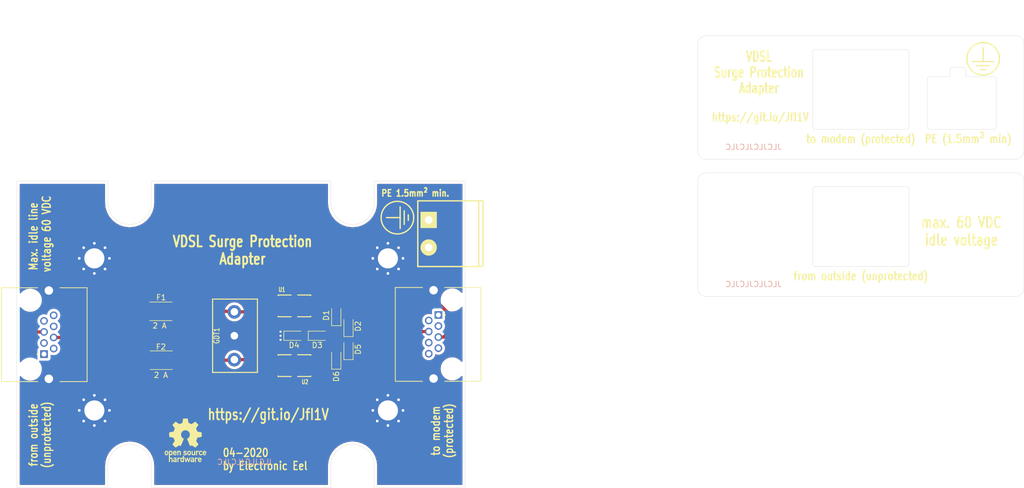
<source format=kicad_pcb>
(kicad_pcb (version 20171130) (host pcbnew 5.1.5-1.fc31)

  (general
    (thickness 1.6)
    (drawings 98)
    (tracks 65)
    (zones 0)
    (modules 21)
    (nets 26)
  )

  (page A4)
  (layers
    (0 F.Cu signal)
    (31 B.Cu signal)
    (32 B.Adhes user)
    (33 F.Adhes user)
    (34 B.Paste user)
    (35 F.Paste user)
    (36 B.SilkS user)
    (37 F.SilkS user)
    (38 B.Mask user)
    (39 F.Mask user)
    (40 Dwgs.User user)
    (41 Cmts.User user)
    (42 Eco1.User user)
    (43 Eco2.User user)
    (44 Edge.Cuts user)
    (45 Margin user)
    (46 B.CrtYd user)
    (47 F.CrtYd user)
    (48 B.Fab user)
    (49 F.Fab user)
  )

  (setup
    (last_trace_width 0.25)
    (user_trace_width 0.25)
    (user_trace_width 0.4)
    (user_trace_width 0.6)
    (trace_clearance 0.2)
    (zone_clearance 0.508)
    (zone_45_only no)
    (trace_min 0.2)
    (via_size 0.8)
    (via_drill 0.4)
    (via_min_size 0.4)
    (via_min_drill 0.3)
    (user_via 0.7 0.3)
    (uvia_size 0.3)
    (uvia_drill 0.1)
    (uvias_allowed no)
    (uvia_min_size 0.2)
    (uvia_min_drill 0.1)
    (edge_width 0.05)
    (segment_width 0.2)
    (pcb_text_width 0.3)
    (pcb_text_size 1.5 1.5)
    (mod_edge_width 0.12)
    (mod_text_size 1 1)
    (mod_text_width 0.15)
    (pad_size 1.524 1.524)
    (pad_drill 0.762)
    (pad_to_mask_clearance 0.05)
    (solder_mask_min_width 0.2)
    (aux_axis_origin 0 0)
    (visible_elements FFFFFF7F)
    (pcbplotparams
      (layerselection 0x010fc_ffffffff)
      (usegerberextensions false)
      (usegerberattributes false)
      (usegerberadvancedattributes false)
      (creategerberjobfile false)
      (excludeedgelayer true)
      (linewidth 0.100000)
      (plotframeref false)
      (viasonmask false)
      (mode 1)
      (useauxorigin false)
      (hpglpennumber 1)
      (hpglpenspeed 20)
      (hpglpendiameter 15.000000)
      (psnegative false)
      (psa4output false)
      (plotreference true)
      (plotvalue true)
      (plotinvisibletext false)
      (padsonsilk false)
      (subtractmaskfromsilk false)
      (outputformat 1)
      (mirror false)
      (drillshape 1)
      (scaleselection 1)
      (outputdirectory ""))
  )

  (net 0 "")
  (net 1 "Net-(D1-Pad2)")
  (net 2 "Net-(D1-Pad1)")
  (net 3 "Net-(D2-Pad1)")
  (net 4 "Net-(D3-Pad1)")
  (net 5 Earth_Protective)
  (net 6 "Net-(D5-Pad1)")
  (net 7 "Net-(D6-Pad1)")
  (net 8 "Net-(F1-Pad2)")
  (net 9 "Net-(F1-Pad1)")
  (net 10 "Net-(F2-Pad1)")
  (net 11 "Net-(F2-Pad2)")
  (net 12 "Net-(J2-Pad1)")
  (net 13 "Net-(J2-Pad3)")
  (net 14 "Net-(J2-Pad7)")
  (net 15 "Net-(J2-Pad2)")
  (net 16 "Net-(J2-Pad6)")
  (net 17 "Net-(J2-Pad8)")
  (net 18 "Net-(J3-Pad8)")
  (net 19 "Net-(J3-Pad6)")
  (net 20 "Net-(J3-Pad2)")
  (net 21 "Net-(J3-Pad7)")
  (net 22 "Net-(J3-Pad3)")
  (net 23 "Net-(J3-Pad1)")
  (net 24 "Net-(U1-Pad2)")
  (net 25 "Net-(U2-Pad2)")

  (net_class Default "This is the default net class."
    (clearance 0.2)
    (trace_width 0.25)
    (via_dia 0.8)
    (via_drill 0.4)
    (uvia_dia 0.3)
    (uvia_drill 0.1)
    (add_net Earth_Protective)
    (add_net "Net-(D1-Pad1)")
    (add_net "Net-(D1-Pad2)")
    (add_net "Net-(D2-Pad1)")
    (add_net "Net-(D3-Pad1)")
    (add_net "Net-(D5-Pad1)")
    (add_net "Net-(D6-Pad1)")
    (add_net "Net-(F1-Pad1)")
    (add_net "Net-(F1-Pad2)")
    (add_net "Net-(F2-Pad1)")
    (add_net "Net-(F2-Pad2)")
    (add_net "Net-(J2-Pad1)")
    (add_net "Net-(J2-Pad2)")
    (add_net "Net-(J2-Pad3)")
    (add_net "Net-(J2-Pad6)")
    (add_net "Net-(J2-Pad7)")
    (add_net "Net-(J2-Pad8)")
    (add_net "Net-(J3-Pad1)")
    (add_net "Net-(J3-Pad2)")
    (add_net "Net-(J3-Pad3)")
    (add_net "Net-(J3-Pad6)")
    (add_net "Net-(J3-Pad7)")
    (add_net "Net-(J3-Pad8)")
    (add_net "Net-(U1-Pad2)")
    (add_net "Net-(U2-Pad2)")
  )

  (module modules:symbol-PE-6mm (layer F.Cu) (tedit 5E9C7077) (tstamp 5EA1BC82)
    (at 222.5 44.25)
    (fp_text reference REF** (at 0 4.25) (layer F.SilkS) hide
      (effects (font (size 1 1) (thickness 0.15)))
    )
    (fp_text value symbol-PE-6mm (at 0 -4) (layer F.Fab)
      (effects (font (size 1 1) (thickness 0.15)))
    )
    (fp_line (start -1.25 1.25) (end 1.25 1.25) (layer F.SilkS) (width 0.25))
    (fp_line (start -0.5 2) (end 0.5 2) (layer F.SilkS) (width 0.25))
    (fp_line (start 0 0.5) (end 0 -2) (layer F.SilkS) (width 0.25))
    (fp_line (start -2 0.5) (end 2 0.5) (layer F.SilkS) (width 0.25))
    (fp_circle (center 0 0) (end 3 0) (layer F.SilkS) (width 0.25))
  )

  (module Symbol:OSHW-Logo_7.5x8mm_SilkScreen (layer F.Cu) (tedit 0) (tstamp 5EA1B880)
    (at 75.75 114.5)
    (descr "Open Source Hardware Logo")
    (tags "Logo OSHW")
    (attr virtual)
    (fp_text reference REF** (at 0 0) (layer F.SilkS) hide
      (effects (font (size 1 1) (thickness 0.15)))
    )
    (fp_text value OSHW-Logo_7.5x8mm_SilkScreen (at 0.75 0) (layer F.Fab) hide
      (effects (font (size 1 1) (thickness 0.15)))
    )
    (fp_poly (pts (xy 0.500964 -3.601424) (xy 0.576513 -3.200678) (xy 1.134041 -2.970846) (xy 1.468465 -3.198252)
      (xy 1.562122 -3.261569) (xy 1.646782 -3.318104) (xy 1.718495 -3.365273) (xy 1.773311 -3.400498)
      (xy 1.80728 -3.421195) (xy 1.81653 -3.425658) (xy 1.833195 -3.41418) (xy 1.868806 -3.382449)
      (xy 1.919371 -3.334517) (xy 1.9809 -3.274438) (xy 2.049399 -3.206267) (xy 2.120879 -3.134055)
      (xy 2.191347 -3.061858) (xy 2.256811 -2.993727) (xy 2.31328 -2.933717) (xy 2.356763 -2.885881)
      (xy 2.383268 -2.854273) (xy 2.389605 -2.843695) (xy 2.380486 -2.824194) (xy 2.35492 -2.781469)
      (xy 2.315597 -2.719702) (xy 2.265203 -2.643069) (xy 2.206427 -2.555752) (xy 2.172368 -2.505948)
      (xy 2.110289 -2.415007) (xy 2.055126 -2.332941) (xy 2.009554 -2.263837) (xy 1.97625 -2.211778)
      (xy 1.95789 -2.18085) (xy 1.955131 -2.17435) (xy 1.961385 -2.155879) (xy 1.978434 -2.112828)
      (xy 2.003703 -2.051251) (xy 2.034622 -1.977201) (xy 2.068618 -1.89673) (xy 2.103118 -1.815893)
      (xy 2.135551 -1.740742) (xy 2.163343 -1.677329) (xy 2.183923 -1.631707) (xy 2.194719 -1.609931)
      (xy 2.195356 -1.609074) (xy 2.212307 -1.604916) (xy 2.257451 -1.595639) (xy 2.32611 -1.582156)
      (xy 2.413602 -1.565379) (xy 2.51525 -1.546219) (xy 2.574556 -1.53517) (xy 2.683172 -1.51449)
      (xy 2.781277 -1.494811) (xy 2.863909 -1.477211) (xy 2.926104 -1.462767) (xy 2.962899 -1.452554)
      (xy 2.970296 -1.449314) (xy 2.97754 -1.427383) (xy 2.983385 -1.377853) (xy 2.987835 -1.306515)
      (xy 2.990893 -1.219161) (xy 2.992565 -1.121583) (xy 2.992853 -1.019574) (xy 2.991761 -0.918925)
      (xy 2.989294 -0.825428) (xy 2.985456 -0.744875) (xy 2.98025 -0.683058) (xy 2.973681 -0.64577)
      (xy 2.969741 -0.638007) (xy 2.946188 -0.628702) (xy 2.896282 -0.6154) (xy 2.826623 -0.599663)
      (xy 2.743813 -0.583054) (xy 2.714905 -0.577681) (xy 2.575531 -0.552152) (xy 2.465436 -0.531592)
      (xy 2.380982 -0.515185) (xy 2.31853 -0.502113) (xy 2.274444 -0.491559) (xy 2.245085 -0.482706)
      (xy 2.226815 -0.474737) (xy 2.215998 -0.466835) (xy 2.214485 -0.465273) (xy 2.199377 -0.440114)
      (xy 2.176329 -0.39115) (xy 2.147644 -0.324379) (xy 2.115622 -0.245795) (xy 2.082565 -0.161393)
      (xy 2.050773 -0.07717) (xy 2.022549 0.000879) (xy 2.000193 0.066759) (xy 1.986007 0.114473)
      (xy 1.982293 0.138027) (xy 1.982602 0.138852) (xy 1.995189 0.158104) (xy 2.023744 0.200463)
      (xy 2.065267 0.261521) (xy 2.116756 0.336868) (xy 2.175211 0.422096) (xy 2.191858 0.446315)
      (xy 2.251215 0.534123) (xy 2.303447 0.614238) (xy 2.345708 0.682062) (xy 2.375153 0.732993)
      (xy 2.388937 0.762431) (xy 2.389605 0.766048) (xy 2.378024 0.785057) (xy 2.346024 0.822714)
      (xy 2.297718 0.874973) (xy 2.23722 0.937786) (xy 2.168644 1.007106) (xy 2.096104 1.078885)
      (xy 2.023712 1.149077) (xy 1.955584 1.213635) (xy 1.895832 1.26851) (xy 1.848571 1.309656)
      (xy 1.817913 1.333026) (xy 1.809432 1.336842) (xy 1.789691 1.327855) (xy 1.749274 1.303616)
      (xy 1.694763 1.268209) (xy 1.652823 1.239711) (xy 1.576829 1.187418) (xy 1.486834 1.125845)
      (xy 1.396564 1.06437) (xy 1.348032 1.031469) (xy 1.183762 0.920359) (xy 1.045869 0.994916)
      (xy 0.983049 1.027578) (xy 0.929629 1.052966) (xy 0.893484 1.067446) (xy 0.884284 1.06946)
      (xy 0.873221 1.054584) (xy 0.851394 1.012547) (xy 0.820434 0.947227) (xy 0.78197 0.8625)
      (xy 0.737632 0.762245) (xy 0.689047 0.650339) (xy 0.637846 0.530659) (xy 0.585659 0.407084)
      (xy 0.534113 0.283491) (xy 0.48484 0.163757) (xy 0.439467 0.051759) (xy 0.399625 -0.048623)
      (xy 0.366942 -0.133514) (xy 0.343049 -0.199035) (xy 0.329574 -0.24131) (xy 0.327406 -0.255828)
      (xy 0.344583 -0.274347) (xy 0.38219 -0.30441) (xy 0.432366 -0.339768) (xy 0.436578 -0.342566)
      (xy 0.566264 -0.446375) (xy 0.670834 -0.567485) (xy 0.749381 -0.702024) (xy 0.800999 -0.846118)
      (xy 0.824782 -0.995895) (xy 0.819823 -1.147483) (xy 0.785217 -1.297008) (xy 0.720057 -1.4406)
      (xy 0.700886 -1.472016) (xy 0.601174 -1.598875) (xy 0.483377 -1.700745) (xy 0.351571 -1.777096)
      (xy 0.209833 -1.827398) (xy 0.062242 -1.851121) (xy -0.087127 -1.847735) (xy -0.234197 -1.816712)
      (xy -0.374889 -1.75752) (xy -0.505127 -1.669631) (xy -0.545414 -1.633958) (xy -0.647945 -1.522294)
      (xy -0.722659 -1.404743) (xy -0.77391 -1.27298) (xy -0.802454 -1.142493) (xy -0.8095 -0.995784)
      (xy -0.786004 -0.848347) (xy -0.734351 -0.705166) (xy -0.656929 -0.571223) (xy -0.556125 -0.451502)
      (xy -0.434324 -0.350986) (xy -0.418316 -0.340391) (xy -0.367602 -0.305694) (xy -0.32905 -0.27563)
      (xy -0.310619 -0.256435) (xy -0.310351 -0.255828) (xy -0.314308 -0.235064) (xy -0.329993 -0.187938)
      (xy -0.355778 -0.118327) (xy -0.390031 -0.030107) (xy -0.431123 0.072844) (xy -0.477424 0.18665)
      (xy -0.527304 0.307435) (xy -0.579133 0.431321) (xy -0.631281 0.554432) (xy -0.682118 0.672891)
      (xy -0.730013 0.782823) (xy -0.773338 0.880349) (xy -0.810462 0.961593) (xy -0.839756 1.022679)
      (xy -0.859588 1.05973) (xy -0.867574 1.06946) (xy -0.891979 1.061883) (xy -0.937642 1.04156)
      (xy -0.99669 1.012125) (xy -1.02916 0.994916) (xy -1.167053 0.920359) (xy -1.331323 1.031469)
      (xy -1.415179 1.08839) (xy -1.506987 1.15103) (xy -1.59302 1.210011) (xy -1.636113 1.239711)
      (xy -1.696723 1.28041) (xy -1.748045 1.312663) (xy -1.783385 1.332384) (xy -1.794863 1.336554)
      (xy -1.81157 1.325307) (xy -1.848546 1.293911) (xy -1.902205 1.245624) (xy -1.968962 1.183708)
      (xy -2.045234 1.111421) (xy -2.093473 1.065008) (xy -2.177867 0.982087) (xy -2.250803 0.90792)
      (xy -2.309331 0.84568) (xy -2.350503 0.798541) (xy -2.371372 0.769673) (xy -2.373374 0.763815)
      (xy -2.364083 0.741532) (xy -2.338409 0.696477) (xy -2.2992 0.633211) (xy -2.249303 0.556295)
      (xy -2.191567 0.470292) (xy -2.175149 0.446315) (xy -2.115323 0.35917) (xy -2.06165 0.28071)
      (xy -2.01713 0.215345) (xy -1.984765 0.167484) (xy -1.967555 0.141535) (xy -1.965893 0.138852)
      (xy -1.968379 0.118172) (xy -1.981577 0.072704) (xy -2.003186 0.008444) (xy -2.030904 -0.068613)
      (xy -2.06243 -0.152471) (xy -2.095463 -0.237134) (xy -2.127701 -0.316608) (xy -2.156843 -0.384896)
      (xy -2.180588 -0.436003) (xy -2.196635 -0.463933) (xy -2.197775 -0.465273) (xy -2.207588 -0.473255)
      (xy -2.224161 -0.481149) (xy -2.251132 -0.489771) (xy -2.292139 -0.499938) (xy -2.35082 -0.512469)
      (xy -2.430813 -0.528179) (xy -2.535755 -0.547887) (xy -2.669285 -0.572408) (xy -2.698196 -0.577681)
      (xy -2.783882 -0.594236) (xy -2.858582 -0.610431) (xy -2.915694 -0.624704) (xy -2.948617 -0.635492)
      (xy -2.953031 -0.638007) (xy -2.960306 -0.660304) (xy -2.966219 -0.710131) (xy -2.970766 -0.781696)
      (xy -2.973945 -0.869207) (xy -2.975749 -0.966872) (xy -2.976177 -1.068899) (xy -2.975223 -1.169497)
      (xy -2.972884 -1.262873) (xy -2.969156 -1.343235) (xy -2.964034 -1.404791) (xy -2.957516 -1.44175)
      (xy -2.953586 -1.449314) (xy -2.931708 -1.456944) (xy -2.881891 -1.469358) (xy -2.809097 -1.485478)
      (xy -2.718289 -1.504227) (xy -2.614431 -1.524529) (xy -2.557846 -1.53517) (xy -2.450486 -1.55524)
      (xy -2.354746 -1.57342) (xy -2.275306 -1.588801) (xy -2.216846 -1.600469) (xy -2.184045 -1.607512)
      (xy -2.178646 -1.609074) (xy -2.169522 -1.626678) (xy -2.150235 -1.669082) (xy -2.123355 -1.730228)
      (xy -2.091454 -1.804057) (xy -2.057102 -1.884511) (xy -2.022871 -1.965532) (xy -1.991331 -2.041063)
      (xy -1.965054 -2.105045) (xy -1.946611 -2.15142) (xy -1.938571 -2.174131) (xy -1.938422 -2.175124)
      (xy -1.947535 -2.193039) (xy -1.973086 -2.234267) (xy -2.012388 -2.294709) (xy -2.062757 -2.370269)
      (xy -2.121506 -2.456848) (xy -2.155658 -2.506579) (xy -2.21789 -2.597764) (xy -2.273164 -2.680551)
      (xy -2.318782 -2.750751) (xy -2.352048 -2.804176) (xy -2.370264 -2.836639) (xy -2.372895 -2.843917)
      (xy -2.361586 -2.860855) (xy -2.330319 -2.897022) (xy -2.28309 -2.948365) (xy -2.223892 -3.010833)
      (xy -2.156719 -3.080374) (xy -2.085566 -3.152935) (xy -2.014426 -3.224465) (xy -1.947293 -3.290913)
      (xy -1.888161 -3.348226) (xy -1.841025 -3.392353) (xy -1.809877 -3.419241) (xy -1.799457 -3.425658)
      (xy -1.782491 -3.416635) (xy -1.741911 -3.391285) (xy -1.681663 -3.35219) (xy -1.605693 -3.301929)
      (xy -1.517946 -3.243083) (xy -1.451756 -3.198252) (xy -1.117332 -2.970846) (xy -0.838567 -3.085762)
      (xy -0.559803 -3.200678) (xy -0.484254 -3.601424) (xy -0.408706 -4.002171) (xy 0.425415 -4.002171)
      (xy 0.500964 -3.601424)) (layer F.SilkS) (width 0.01))
    (fp_poly (pts (xy 2.391388 1.937645) (xy 2.448865 1.955206) (xy 2.485872 1.977395) (xy 2.497927 1.994942)
      (xy 2.494609 2.015742) (xy 2.473079 2.048419) (xy 2.454874 2.071562) (xy 2.417344 2.113402)
      (xy 2.389148 2.131005) (xy 2.365111 2.129856) (xy 2.293808 2.11171) (xy 2.241442 2.112534)
      (xy 2.198918 2.133098) (xy 2.184642 2.145134) (xy 2.138947 2.187483) (xy 2.138947 2.740526)
      (xy 1.955131 2.740526) (xy 1.955131 1.938421) (xy 2.047039 1.938421) (xy 2.102219 1.940603)
      (xy 2.130688 1.948351) (xy 2.138943 1.963468) (xy 2.138947 1.963916) (xy 2.142845 1.979749)
      (xy 2.160474 1.977684) (xy 2.184901 1.966261) (xy 2.23535 1.945005) (xy 2.276316 1.932216)
      (xy 2.329028 1.928938) (xy 2.391388 1.937645)) (layer F.SilkS) (width 0.01))
    (fp_poly (pts (xy -1.002043 1.952226) (xy -0.960454 1.97209) (xy -0.920175 2.000784) (xy -0.88949 2.033809)
      (xy -0.867139 2.075931) (xy -0.851864 2.131915) (xy -0.842408 2.206528) (xy -0.837513 2.304535)
      (xy -0.835919 2.430702) (xy -0.835894 2.443914) (xy -0.835527 2.740526) (xy -1.019343 2.740526)
      (xy -1.019343 2.467081) (xy -1.019473 2.365777) (xy -1.020379 2.292353) (xy -1.022827 2.241271)
      (xy -1.027586 2.20699) (xy -1.035426 2.183971) (xy -1.047115 2.166673) (xy -1.063398 2.149581)
      (xy -1.120366 2.112857) (xy -1.182555 2.106042) (xy -1.241801 2.129261) (xy -1.262405 2.146543)
      (xy -1.27753 2.162791) (xy -1.28839 2.180191) (xy -1.29569 2.204212) (xy -1.300137 2.240322)
      (xy -1.302436 2.293988) (xy -1.303296 2.37068) (xy -1.303422 2.464043) (xy -1.303422 2.740526)
      (xy -1.487237 2.740526) (xy -1.487237 1.938421) (xy -1.395329 1.938421) (xy -1.340149 1.940603)
      (xy -1.31168 1.948351) (xy -1.303425 1.963468) (xy -1.303422 1.963916) (xy -1.299592 1.97872)
      (xy -1.282699 1.97704) (xy -1.249112 1.960773) (xy -1.172937 1.93684) (xy -1.0858 1.934178)
      (xy -1.002043 1.952226)) (layer F.SilkS) (width 0.01))
    (fp_poly (pts (xy 3.558784 1.935554) (xy 3.601574 1.945949) (xy 3.683609 1.984013) (xy 3.753757 2.042149)
      (xy 3.802305 2.111852) (xy 3.808975 2.127502) (xy 3.818124 2.168496) (xy 3.824529 2.229138)
      (xy 3.82671 2.29043) (xy 3.82671 2.406316) (xy 3.584407 2.406316) (xy 3.484471 2.406693)
      (xy 3.414069 2.408987) (xy 3.369313 2.414938) (xy 3.346315 2.426285) (xy 3.341189 2.444771)
      (xy 3.350048 2.472136) (xy 3.365917 2.504155) (xy 3.410184 2.557592) (xy 3.471699 2.584215)
      (xy 3.546885 2.583347) (xy 3.632053 2.554371) (xy 3.705659 2.518611) (xy 3.766734 2.566904)
      (xy 3.82781 2.615197) (xy 3.770351 2.668285) (xy 3.693641 2.718445) (xy 3.599302 2.748688)
      (xy 3.497827 2.757151) (xy 3.399711 2.741974) (xy 3.383881 2.736824) (xy 3.297647 2.691791)
      (xy 3.233501 2.624652) (xy 3.190091 2.533405) (xy 3.166064 2.416044) (xy 3.165784 2.413529)
      (xy 3.163633 2.285627) (xy 3.172329 2.239997) (xy 3.342105 2.239997) (xy 3.357697 2.247013)
      (xy 3.400029 2.252388) (xy 3.462434 2.255457) (xy 3.501981 2.255921) (xy 3.575728 2.25563)
      (xy 3.62184 2.253783) (xy 3.6461 2.248912) (xy 3.654294 2.239555) (xy 3.652206 2.224245)
      (xy 3.650455 2.218322) (xy 3.62056 2.162668) (xy 3.573542 2.117815) (xy 3.532049 2.098105)
      (xy 3.476926 2.099295) (xy 3.421068 2.123875) (xy 3.374212 2.16457) (xy 3.346094 2.214108)
      (xy 3.342105 2.239997) (xy 3.172329 2.239997) (xy 3.185074 2.173133) (xy 3.227611 2.078727)
      (xy 3.288747 2.005088) (xy 3.365985 1.954893) (xy 3.45683 1.930822) (xy 3.558784 1.935554)) (layer F.SilkS) (width 0.01))
    (fp_poly (pts (xy 2.946576 1.945419) (xy 3.043395 1.986549) (xy 3.07389 2.006571) (xy 3.112865 2.03734)
      (xy 3.137331 2.061533) (xy 3.141578 2.069413) (xy 3.129584 2.086899) (xy 3.098887 2.11657)
      (xy 3.074312 2.137279) (xy 3.007046 2.191336) (xy 2.95393 2.146642) (xy 2.912884 2.117789)
      (xy 2.872863 2.107829) (xy 2.827059 2.110261) (xy 2.754324 2.128345) (xy 2.704256 2.165881)
      (xy 2.673829 2.226562) (xy 2.660017 2.314081) (xy 2.660013 2.314136) (xy 2.661208 2.411958)
      (xy 2.679772 2.48373) (xy 2.716804 2.532595) (xy 2.74205 2.549143) (xy 2.809097 2.569749)
      (xy 2.880709 2.569762) (xy 2.943015 2.549768) (xy 2.957763 2.54) (xy 2.99475 2.515047)
      (xy 3.023668 2.510958) (xy 3.054856 2.52953) (xy 3.089336 2.562887) (xy 3.143912 2.619196)
      (xy 3.083318 2.669142) (xy 2.989698 2.725513) (xy 2.884125 2.753293) (xy 2.773798 2.751282)
      (xy 2.701343 2.732862) (xy 2.616656 2.68731) (xy 2.548927 2.61565) (xy 2.518157 2.565066)
      (xy 2.493236 2.492488) (xy 2.480766 2.400569) (xy 2.48067 2.300948) (xy 2.49287 2.205267)
      (xy 2.51729 2.125169) (xy 2.521136 2.116956) (xy 2.578093 2.036413) (xy 2.655209 1.977771)
      (xy 2.74639 1.942247) (xy 2.845543 1.931057) (xy 2.946576 1.945419)) (layer F.SilkS) (width 0.01))
    (fp_poly (pts (xy 1.320131 2.198533) (xy 1.32171 2.321089) (xy 1.327481 2.414179) (xy 1.338991 2.481651)
      (xy 1.35779 2.527355) (xy 1.385426 2.555139) (xy 1.423448 2.568854) (xy 1.470526 2.572358)
      (xy 1.519832 2.568432) (xy 1.557283 2.554089) (xy 1.584428 2.525478) (xy 1.602815 2.478751)
      (xy 1.613993 2.410058) (xy 1.619511 2.31555) (xy 1.620921 2.198533) (xy 1.620921 1.938421)
      (xy 1.804736 1.938421) (xy 1.804736 2.740526) (xy 1.712828 2.740526) (xy 1.657422 2.738281)
      (xy 1.628891 2.730396) (xy 1.620921 2.715428) (xy 1.61612 2.702097) (xy 1.597014 2.704917)
      (xy 1.558504 2.723783) (xy 1.470239 2.752887) (xy 1.376623 2.750825) (xy 1.286921 2.719221)
      (xy 1.244204 2.694257) (xy 1.211621 2.667226) (xy 1.187817 2.633405) (xy 1.171439 2.588068)
      (xy 1.161131 2.526489) (xy 1.155541 2.443943) (xy 1.153312 2.335705) (xy 1.153026 2.252004)
      (xy 1.153026 1.938421) (xy 1.320131 1.938421) (xy 1.320131 2.198533)) (layer F.SilkS) (width 0.01))
    (fp_poly (pts (xy 0.811669 1.94831) (xy 0.896192 1.99434) (xy 0.962321 2.067006) (xy 0.993478 2.126106)
      (xy 1.006855 2.178305) (xy 1.015522 2.252719) (xy 1.019237 2.338442) (xy 1.017754 2.424569)
      (xy 1.010831 2.500193) (xy 1.002745 2.540584) (xy 0.975465 2.59584) (xy 0.92822 2.65453)
      (xy 0.871282 2.705852) (xy 0.814924 2.739005) (xy 0.81355 2.739531) (xy 0.743616 2.754018)
      (xy 0.660737 2.754377) (xy 0.581977 2.741188) (xy 0.551566 2.730617) (xy 0.473239 2.686201)
      (xy 0.417143 2.628007) (xy 0.380286 2.550965) (xy 0.35968 2.450001) (xy 0.355018 2.397116)
      (xy 0.355613 2.330663) (xy 0.534736 2.330663) (xy 0.54077 2.42763) (xy 0.558138 2.501523)
      (xy 0.58574 2.548736) (xy 0.605404 2.562237) (xy 0.655787 2.571651) (xy 0.715673 2.568864)
      (xy 0.767449 2.555316) (xy 0.781027 2.547862) (xy 0.816849 2.504451) (xy 0.840493 2.438014)
      (xy 0.850558 2.357161) (xy 0.845642 2.270502) (xy 0.834655 2.218349) (xy 0.803109 2.157951)
      (xy 0.753311 2.120197) (xy 0.693337 2.107143) (xy 0.631264 2.120849) (xy 0.583582 2.154372)
      (xy 0.558525 2.182031) (xy 0.5439 2.209294) (xy 0.536929 2.24619) (xy 0.534833 2.30275)
      (xy 0.534736 2.330663) (xy 0.355613 2.330663) (xy 0.356282 2.255994) (xy 0.379265 2.140271)
      (xy 0.423972 2.049941) (xy 0.490405 1.985) (xy 0.578565 1.945445) (xy 0.597495 1.940858)
      (xy 0.711266 1.93009) (xy 0.811669 1.94831)) (layer F.SilkS) (width 0.01))
    (fp_poly (pts (xy 0.018628 1.935547) (xy 0.081908 1.947548) (xy 0.147557 1.972648) (xy 0.154572 1.975848)
      (xy 0.204356 2.002026) (xy 0.238834 2.026353) (xy 0.249978 2.041937) (xy 0.239366 2.067353)
      (xy 0.213588 2.104853) (xy 0.202146 2.118852) (xy 0.154992 2.173954) (xy 0.094201 2.138086)
      (xy 0.036347 2.114192) (xy -0.0305 2.10142) (xy -0.094606 2.100613) (xy -0.144236 2.112615)
      (xy -0.156146 2.120105) (xy -0.178828 2.15445) (xy -0.181584 2.194013) (xy -0.164612 2.22492)
      (xy -0.154573 2.230913) (xy -0.12449 2.238357) (xy -0.071611 2.247106) (xy -0.006425 2.255467)
      (xy 0.0056 2.256778) (xy 0.110297 2.274888) (xy 0.186232 2.305651) (xy 0.236592 2.351907)
      (xy 0.264564 2.416497) (xy 0.273278 2.495387) (xy 0.26124 2.585065) (xy 0.222151 2.655486)
      (xy 0.155855 2.706777) (xy 0.062194 2.739067) (xy -0.041777 2.751807) (xy -0.126562 2.751654)
      (xy -0.195335 2.740083) (xy -0.242303 2.724109) (xy -0.30165 2.696275) (xy -0.356494 2.663973)
      (xy -0.375987 2.649755) (xy -0.426119 2.608835) (xy -0.305197 2.486477) (xy -0.236457 2.531967)
      (xy -0.167512 2.566133) (xy -0.093889 2.584004) (xy -0.023117 2.585889) (xy 0.037274 2.572101)
      (xy 0.079757 2.542949) (xy 0.093474 2.518352) (xy 0.091417 2.478904) (xy 0.05733 2.448737)
      (xy -0.008692 2.427906) (xy -0.081026 2.418279) (xy -0.192348 2.39991) (xy -0.275048 2.365254)
      (xy -0.330235 2.313297) (xy -0.359012 2.243023) (xy -0.362999 2.159707) (xy -0.343307 2.072681)
      (xy -0.298411 2.006902) (xy -0.227909 1.962068) (xy -0.131399 1.937879) (xy -0.0599 1.933137)
      (xy 0.018628 1.935547)) (layer F.SilkS) (width 0.01))
    (fp_poly (pts (xy -1.802982 1.957027) (xy -1.78633 1.964866) (xy -1.728695 2.007086) (xy -1.674195 2.0687)
      (xy -1.633501 2.136543) (xy -1.621926 2.167734) (xy -1.611366 2.223449) (xy -1.605069 2.290781)
      (xy -1.604304 2.318585) (xy -1.604211 2.406316) (xy -2.10915 2.406316) (xy -2.098387 2.45227)
      (xy -2.071967 2.50662) (xy -2.025778 2.553591) (xy -1.970828 2.583848) (xy -1.935811 2.590131)
      (xy -1.888323 2.582506) (xy -1.831665 2.563383) (xy -1.812418 2.554584) (xy -1.741241 2.519036)
      (xy -1.680498 2.565367) (xy -1.645448 2.596703) (xy -1.626798 2.622567) (xy -1.625853 2.630158)
      (xy -1.642515 2.648556) (xy -1.67903 2.676515) (xy -1.712172 2.698327) (xy -1.801607 2.737537)
      (xy -1.901871 2.755285) (xy -2.001246 2.75067) (xy -2.080461 2.726551) (xy -2.16212 2.674884)
      (xy -2.220151 2.606856) (xy -2.256454 2.518843) (xy -2.272928 2.407216) (xy -2.274389 2.356138)
      (xy -2.268543 2.239091) (xy -2.267825 2.235686) (xy -2.100511 2.235686) (xy -2.095903 2.246662)
      (xy -2.076964 2.252715) (xy -2.037902 2.25531) (xy -1.972923 2.25591) (xy -1.947903 2.255921)
      (xy -1.871779 2.255014) (xy -1.823504 2.25172) (xy -1.79754 2.245181) (xy -1.788352 2.234537)
      (xy -1.788027 2.231119) (xy -1.798513 2.203956) (xy -1.824758 2.165903) (xy -1.836041 2.152579)
      (xy -1.877928 2.114896) (xy -1.921591 2.10008) (xy -1.945115 2.098842) (xy -2.008757 2.114329)
      (xy -2.062127 2.15593) (xy -2.095981 2.216353) (xy -2.096581 2.218322) (xy -2.100511 2.235686)
      (xy -2.267825 2.235686) (xy -2.249101 2.146928) (xy -2.214078 2.07319) (xy -2.171244 2.020848)
      (xy -2.092052 1.964092) (xy -1.99896 1.933762) (xy -1.899945 1.931021) (xy -1.802982 1.957027)) (layer F.SilkS) (width 0.01))
    (fp_poly (pts (xy -3.373216 1.947104) (xy -3.285795 1.985754) (xy -3.21943 2.05029) (xy -3.174024 2.140812)
      (xy -3.149482 2.257418) (xy -3.147723 2.275624) (xy -3.146344 2.403984) (xy -3.164216 2.516496)
      (xy -3.20025 2.607688) (xy -3.219545 2.637022) (xy -3.286755 2.699106) (xy -3.37235 2.739316)
      (xy -3.46811 2.756003) (xy -3.565813 2.747517) (xy -3.640083 2.72138) (xy -3.703953 2.677335)
      (xy -3.756154 2.619587) (xy -3.757057 2.618236) (xy -3.778256 2.582593) (xy -3.792033 2.546752)
      (xy -3.800376 2.501519) (xy -3.805273 2.437701) (xy -3.807431 2.385368) (xy -3.808329 2.33791)
      (xy -3.641257 2.33791) (xy -3.639624 2.385154) (xy -3.633696 2.448046) (xy -3.623239 2.488407)
      (xy -3.604381 2.517122) (xy -3.586719 2.533896) (xy -3.524106 2.569016) (xy -3.458592 2.57371)
      (xy -3.397579 2.54844) (xy -3.367072 2.520124) (xy -3.345089 2.491589) (xy -3.332231 2.464284)
      (xy -3.326588 2.42875) (xy -3.326249 2.375524) (xy -3.327988 2.326506) (xy -3.331729 2.256482)
      (xy -3.337659 2.211064) (xy -3.348347 2.18144) (xy -3.366361 2.158797) (xy -3.380637 2.145855)
      (xy -3.440349 2.11186) (xy -3.504766 2.110165) (xy -3.558781 2.130301) (xy -3.60486 2.172352)
      (xy -3.632311 2.241428) (xy -3.641257 2.33791) (xy -3.808329 2.33791) (xy -3.809401 2.281299)
      (xy -3.806036 2.203468) (xy -3.795955 2.14493) (xy -3.777774 2.098737) (xy -3.75011 2.057942)
      (xy -3.739854 2.045828) (xy -3.675722 1.985474) (xy -3.606934 1.95022) (xy -3.522811 1.93545)
      (xy -3.481791 1.934243) (xy -3.373216 1.947104)) (layer F.SilkS) (width 0.01))
    (fp_poly (pts (xy 2.701193 3.196078) (xy 2.781068 3.216845) (xy 2.847962 3.259705) (xy 2.880351 3.291723)
      (xy 2.933445 3.367413) (xy 2.963873 3.455216) (xy 2.974327 3.56315) (xy 2.97438 3.571875)
      (xy 2.974473 3.659605) (xy 2.469534 3.659605) (xy 2.480298 3.705559) (xy 2.499732 3.747178)
      (xy 2.533745 3.790544) (xy 2.54086 3.797467) (xy 2.602003 3.834935) (xy 2.671729 3.841289)
      (xy 2.751987 3.816638) (xy 2.765592 3.81) (xy 2.807319 3.789819) (xy 2.835268 3.778321)
      (xy 2.840145 3.777258) (xy 2.857168 3.787583) (xy 2.889633 3.812845) (xy 2.906114 3.82665)
      (xy 2.940264 3.858361) (xy 2.951478 3.879299) (xy 2.943695 3.89856) (xy 2.939535 3.903827)
      (xy 2.911357 3.926878) (xy 2.864862 3.954892) (xy 2.832434 3.971246) (xy 2.740385 4.000059)
      (xy 2.638476 4.009395) (xy 2.541963 3.998332) (xy 2.514934 3.990412) (xy 2.431276 3.945581)
      (xy 2.369266 3.876598) (xy 2.328545 3.782794) (xy 2.308755 3.663498) (xy 2.306582 3.601118)
      (xy 2.312926 3.510298) (xy 2.473157 3.510298) (xy 2.488655 3.517012) (xy 2.530312 3.52228)
      (xy 2.590876 3.525389) (xy 2.631907 3.525921) (xy 2.705711 3.525408) (xy 2.752293 3.523006)
      (xy 2.777848 3.517422) (xy 2.788569 3.507361) (xy 2.790657 3.492763) (xy 2.776331 3.447796)
      (xy 2.740262 3.403353) (xy 2.692815 3.369242) (xy 2.645349 3.355288) (xy 2.580879 3.367666)
      (xy 2.52507 3.403452) (xy 2.486374 3.455033) (xy 2.473157 3.510298) (xy 2.312926 3.510298)
      (xy 2.315821 3.468866) (xy 2.344336 3.363498) (xy 2.392729 3.284178) (xy 2.461604 3.230071)
      (xy 2.551565 3.200343) (xy 2.6003 3.194618) (xy 2.701193 3.196078)) (layer F.SilkS) (width 0.01))
    (fp_poly (pts (xy 2.173167 3.191447) (xy 2.237408 3.204112) (xy 2.27398 3.222864) (xy 2.312453 3.254017)
      (xy 2.257717 3.323127) (xy 2.223969 3.364979) (xy 2.201053 3.385398) (xy 2.178279 3.388517)
      (xy 2.144956 3.378472) (xy 2.129314 3.372789) (xy 2.065542 3.364404) (xy 2.00714 3.382378)
      (xy 1.964264 3.422982) (xy 1.957299 3.435929) (xy 1.949713 3.470224) (xy 1.943859 3.533427)
      (xy 1.940011 3.62106) (xy 1.938443 3.72864) (xy 1.938421 3.743944) (xy 1.938421 4.010526)
      (xy 1.754605 4.010526) (xy 1.754605 3.19171) (xy 1.846513 3.19171) (xy 1.899507 3.193094)
      (xy 1.927115 3.199252) (xy 1.937324 3.213194) (xy 1.938421 3.226344) (xy 1.938421 3.260978)
      (xy 1.98245 3.226344) (xy 2.032937 3.202716) (xy 2.10076 3.191033) (xy 2.173167 3.191447)) (layer F.SilkS) (width 0.01))
    (fp_poly (pts (xy 1.379992 3.196673) (xy 1.450427 3.21378) (xy 1.470787 3.222844) (xy 1.510253 3.246583)
      (xy 1.540541 3.273321) (xy 1.562952 3.307699) (xy 1.578786 3.35436) (xy 1.589343 3.417946)
      (xy 1.595924 3.503099) (xy 1.599828 3.614462) (xy 1.60131 3.688849) (xy 1.606765 4.010526)
      (xy 1.51358 4.010526) (xy 1.457047 4.008156) (xy 1.427922 4.000055) (xy 1.420394 3.986451)
      (xy 1.41642 3.971741) (xy 1.398652 3.974554) (xy 1.37444 3.986348) (xy 1.313828 4.004427)
      (xy 1.235929 4.009299) (xy 1.153995 4.00133) (xy 1.081281 3.980889) (xy 1.074759 3.978051)
      (xy 1.008302 3.931365) (xy 0.964491 3.866464) (xy 0.944332 3.7906) (xy 0.945872 3.763344)
      (xy 1.110345 3.763344) (xy 1.124837 3.800024) (xy 1.167805 3.826309) (xy 1.237129 3.840417)
      (xy 1.274177 3.84229) (xy 1.335919 3.837494) (xy 1.37696 3.818858) (xy 1.386973 3.81)
      (xy 1.4141 3.761806) (xy 1.420394 3.718092) (xy 1.420394 3.659605) (xy 1.33893 3.659605)
      (xy 1.244234 3.664432) (xy 1.177813 3.679613) (xy 1.135846 3.7062) (xy 1.126449 3.718052)
      (xy 1.110345 3.763344) (xy 0.945872 3.763344) (xy 0.948829 3.711026) (xy 0.978985 3.634995)
      (xy 1.020131 3.583612) (xy 1.045052 3.561397) (xy 1.069448 3.546798) (xy 1.101191 3.537897)
      (xy 1.148152 3.532775) (xy 1.218204 3.529515) (xy 1.24599 3.528577) (xy 1.420394 3.522879)
      (xy 1.420138 3.470091) (xy 1.413384 3.414603) (xy 1.388964 3.381052) (xy 1.33963 3.359618)
      (xy 1.338306 3.359236) (xy 1.26836 3.350808) (xy 1.199914 3.361816) (xy 1.149047 3.388585)
      (xy 1.128637 3.401803) (xy 1.106654 3.399974) (xy 1.072826 3.380824) (xy 1.052961 3.367308)
      (xy 1.014106 3.338432) (xy 0.990038 3.316786) (xy 0.986176 3.310589) (xy 1.002079 3.278519)
      (xy 1.049065 3.240219) (xy 1.069473 3.227297) (xy 1.128143 3.205041) (xy 1.207212 3.192432)
      (xy 1.295041 3.1896) (xy 1.379992 3.196673)) (layer F.SilkS) (width 0.01))
    (fp_poly (pts (xy 0.37413 3.195104) (xy 0.44022 3.200066) (xy 0.526626 3.459079) (xy 0.613031 3.718092)
      (xy 0.640124 3.626184) (xy 0.656428 3.569384) (xy 0.677875 3.492625) (xy 0.701035 3.408251)
      (xy 0.71328 3.362993) (xy 0.759344 3.19171) (xy 0.949387 3.19171) (xy 0.892582 3.371349)
      (xy 0.864607 3.459704) (xy 0.830813 3.566281) (xy 0.79552 3.677454) (xy 0.764013 3.776579)
      (xy 0.69225 4.002171) (xy 0.537286 4.012253) (xy 0.49527 3.873528) (xy 0.469359 3.787351)
      (xy 0.441083 3.692347) (xy 0.416369 3.608441) (xy 0.415394 3.605102) (xy 0.396935 3.548248)
      (xy 0.380649 3.509456) (xy 0.369242 3.494787) (xy 0.366898 3.496483) (xy 0.358671 3.519225)
      (xy 0.343038 3.56794) (xy 0.321904 3.636502) (xy 0.29717 3.718785) (xy 0.283787 3.764046)
      (xy 0.211311 4.010526) (xy 0.057495 4.010526) (xy -0.065469 3.622006) (xy -0.100012 3.513022)
      (xy -0.131479 3.414048) (xy -0.158384 3.329736) (xy -0.179241 3.264734) (xy -0.192562 3.223692)
      (xy -0.196612 3.211701) (xy -0.193406 3.199423) (xy -0.168235 3.194046) (xy -0.115854 3.194584)
      (xy -0.107655 3.19499) (xy -0.010518 3.200066) (xy 0.0531 3.434013) (xy 0.076484 3.519333)
      (xy 0.097381 3.594335) (xy 0.113951 3.652507) (xy 0.124354 3.687337) (xy 0.126276 3.693016)
      (xy 0.134241 3.686486) (xy 0.150304 3.652654) (xy 0.172621 3.596127) (xy 0.199345 3.52151)
      (xy 0.221937 3.454107) (xy 0.308041 3.190143) (xy 0.37413 3.195104)) (layer F.SilkS) (width 0.01))
    (fp_poly (pts (xy -0.267369 4.010526) (xy -0.359277 4.010526) (xy -0.412623 4.008962) (xy -0.440407 4.002485)
      (xy -0.45041 3.988418) (xy -0.451185 3.978906) (xy -0.452872 3.959832) (xy -0.46351 3.956174)
      (xy -0.491465 3.967932) (xy -0.513205 3.978906) (xy -0.596668 4.004911) (xy -0.687396 4.006416)
      (xy -0.761158 3.987021) (xy -0.829846 3.940165) (xy -0.882206 3.871004) (xy -0.910878 3.789427)
      (xy -0.911608 3.784866) (xy -0.915868 3.735101) (xy -0.917986 3.663659) (xy -0.917816 3.609626)
      (xy -0.73528 3.609626) (xy -0.731051 3.681441) (xy -0.721432 3.740634) (xy -0.70841 3.77406)
      (xy -0.659144 3.81974) (xy -0.60065 3.836115) (xy -0.540329 3.822873) (xy -0.488783 3.783373)
      (xy -0.469262 3.756807) (xy -0.457848 3.725106) (xy -0.452502 3.678832) (xy -0.451185 3.609328)
      (xy -0.453542 3.540499) (xy -0.459767 3.480026) (xy -0.468592 3.439556) (xy -0.470063 3.435929)
      (xy -0.505653 3.392802) (xy -0.5576 3.369124) (xy -0.615722 3.365301) (xy -0.66984 3.381738)
      (xy -0.709774 3.41884) (xy -0.713917 3.426222) (xy -0.726884 3.471239) (xy -0.733948 3.535967)
      (xy -0.73528 3.609626) (xy -0.917816 3.609626) (xy -0.917729 3.58223) (xy -0.916528 3.538405)
      (xy -0.908355 3.429988) (xy -0.89137 3.348588) (xy -0.863113 3.288412) (xy -0.821128 3.243666)
      (xy -0.780368 3.2174) (xy -0.723419 3.198935) (xy -0.652589 3.192602) (xy -0.580059 3.19776)
      (xy -0.518014 3.213769) (xy -0.485232 3.23292) (xy -0.451185 3.263732) (xy -0.451185 2.87421)
      (xy -0.267369 2.87421) (xy -0.267369 4.010526)) (layer F.SilkS) (width 0.01))
    (fp_poly (pts (xy -1.320119 3.193486) (xy -1.295112 3.200982) (xy -1.28705 3.217451) (xy -1.286711 3.224886)
      (xy -1.285264 3.245594) (xy -1.275302 3.248845) (xy -1.248388 3.234648) (xy -1.232402 3.224948)
      (xy -1.181967 3.204175) (xy -1.121728 3.193904) (xy -1.058566 3.193114) (xy -0.999363 3.200786)
      (xy -0.950998 3.215898) (xy -0.920354 3.237432) (xy -0.914311 3.264366) (xy -0.917361 3.27166)
      (xy -0.939594 3.301937) (xy -0.97407 3.339175) (xy -0.980306 3.345195) (xy -1.013167 3.372875)
      (xy -1.04152 3.381818) (xy -1.081173 3.375576) (xy -1.097058 3.371429) (xy -1.146491 3.361467)
      (xy -1.181248 3.365947) (xy -1.2106 3.381746) (xy -1.237487 3.402949) (xy -1.25729 3.429614)
      (xy -1.271052 3.466827) (xy -1.279816 3.519673) (xy -1.284626 3.593237) (xy -1.286526 3.692605)
      (xy -1.286711 3.752601) (xy -1.286711 4.010526) (xy -1.453816 4.010526) (xy -1.453816 3.19171)
      (xy -1.370264 3.19171) (xy -1.320119 3.193486)) (layer F.SilkS) (width 0.01))
    (fp_poly (pts (xy -1.839543 3.198184) (xy -1.76093 3.21916) (xy -1.701084 3.25718) (xy -1.658853 3.306978)
      (xy -1.645725 3.32823) (xy -1.636032 3.350492) (xy -1.629256 3.37897) (xy -1.624877 3.418871)
      (xy -1.622376 3.475401) (xy -1.621232 3.553767) (xy -1.620928 3.659176) (xy -1.620922 3.687142)
      (xy -1.620922 4.010526) (xy -1.701132 4.010526) (xy -1.752294 4.006943) (xy -1.790123 3.997866)
      (xy -1.799601 3.992268) (xy -1.825512 3.982606) (xy -1.851976 3.992268) (xy -1.895548 4.00433)
      (xy -1.95884 4.009185) (xy -2.02899 4.007078) (xy -2.09314 3.998256) (xy -2.130593 3.986937)
      (xy -2.203067 3.940412) (xy -2.24836 3.875846) (xy -2.268722 3.79) (xy -2.268912 3.787796)
      (xy -2.267125 3.749713) (xy -2.105527 3.749713) (xy -2.091399 3.79303) (xy -2.068388 3.817408)
      (xy -2.022196 3.835845) (xy -1.961225 3.843205) (xy -1.899051 3.839583) (xy -1.849249 3.825074)
      (xy -1.835297 3.815765) (xy -1.810915 3.772753) (xy -1.804737 3.723857) (xy -1.804737 3.659605)
      (xy -1.897182 3.659605) (xy -1.985005 3.666366) (xy -2.051582 3.68552) (xy -2.092998 3.715376)
      (xy -2.105527 3.749713) (xy -2.267125 3.749713) (xy -2.26451 3.694004) (xy -2.233576 3.619847)
      (xy -2.175419 3.563767) (xy -2.16738 3.558665) (xy -2.132837 3.542055) (xy -2.090082 3.531996)
      (xy -2.030314 3.527107) (xy -1.95931 3.525983) (xy -1.804737 3.525921) (xy -1.804737 3.461125)
      (xy -1.811294 3.41085) (xy -1.828025 3.377169) (xy -1.829984 3.375376) (xy -1.867217 3.360642)
      (xy -1.92342 3.354931) (xy -1.985533 3.357737) (xy -2.04049 3.368556) (xy -2.073101 3.384782)
      (xy -2.090772 3.39778) (xy -2.109431 3.400262) (xy -2.135181 3.389613) (xy -2.174127 3.363218)
      (xy -2.23237 3.318465) (xy -2.237716 3.314273) (xy -2.234977 3.29876) (xy -2.212124 3.27296)
      (xy -2.177391 3.244289) (xy -2.13901 3.220166) (xy -2.126952 3.21447) (xy -2.082966 3.203103)
      (xy -2.018513 3.194995) (xy -1.946503 3.191743) (xy -1.943136 3.191736) (xy -1.839543 3.198184)) (layer F.SilkS) (width 0.01))
    (fp_poly (pts (xy -2.53664 1.952468) (xy -2.501408 1.969874) (xy -2.45796 2.000206) (xy -2.426294 2.033283)
      (xy -2.404606 2.074817) (xy -2.391097 2.130522) (xy -2.383962 2.206111) (xy -2.3814 2.307296)
      (xy -2.38125 2.350797) (xy -2.381688 2.446135) (xy -2.383504 2.514271) (xy -2.387455 2.561418)
      (xy -2.394298 2.59379) (xy -2.404789 2.6176) (xy -2.415704 2.633843) (xy -2.485381 2.702952)
      (xy -2.567434 2.744521) (xy -2.65595 2.757023) (xy -2.745019 2.738934) (xy -2.773237 2.726142)
      (xy -2.84079 2.690931) (xy -2.84079 3.2427) (xy -2.791488 3.217205) (xy -2.726527 3.19748)
      (xy -2.64668 3.192427) (xy -2.566948 3.201756) (xy -2.506735 3.222714) (xy -2.456792 3.262627)
      (xy -2.414119 3.319741) (xy -2.41091 3.325605) (xy -2.397378 3.353227) (xy -2.387495 3.381068)
      (xy -2.380691 3.414794) (xy -2.376399 3.460071) (xy -2.374049 3.522562) (xy -2.373072 3.607935)
      (xy -2.372895 3.70401) (xy -2.372895 4.010526) (xy -2.556711 4.010526) (xy -2.556711 3.445339)
      (xy -2.608125 3.402077) (xy -2.661534 3.367472) (xy -2.712112 3.36118) (xy -2.76297 3.377372)
      (xy -2.790075 3.393227) (xy -2.810249 3.41581) (xy -2.824597 3.44994) (xy -2.834224 3.500434)
      (xy -2.840237 3.572111) (xy -2.84374 3.669788) (xy -2.844974 3.734802) (xy -2.849145 4.002171)
      (xy -2.936875 4.007222) (xy -3.024606 4.012273) (xy -3.024606 2.353101) (xy -2.84079 2.353101)
      (xy -2.836104 2.4456) (xy -2.820312 2.509809) (xy -2.790817 2.549759) (xy -2.74502 2.56948)
      (xy -2.69875 2.573421) (xy -2.646372 2.568892) (xy -2.61161 2.551069) (xy -2.589872 2.527519)
      (xy -2.57276 2.502189) (xy -2.562573 2.473969) (xy -2.55804 2.434431) (xy -2.557891 2.375142)
      (xy -2.559416 2.325498) (xy -2.562919 2.25071) (xy -2.568133 2.201611) (xy -2.576913 2.170467)
      (xy -2.591114 2.149545) (xy -2.604516 2.137452) (xy -2.660513 2.111081) (xy -2.726789 2.106822)
      (xy -2.764844 2.115906) (xy -2.802523 2.148196) (xy -2.827481 2.211006) (xy -2.839578 2.303894)
      (xy -2.84079 2.353101) (xy -3.024606 2.353101) (xy -3.024606 1.938421) (xy -2.932698 1.938421)
      (xy -2.877517 1.940603) (xy -2.849048 1.948351) (xy -2.840794 1.963468) (xy -2.84079 1.963916)
      (xy -2.83696 1.97872) (xy -2.820067 1.977039) (xy -2.786481 1.960772) (xy -2.708222 1.935887)
      (xy -2.620173 1.933271) (xy -2.53664 1.952468)) (layer F.SilkS) (width 0.01))
  )

  (module modules:symbol-PE-6mm (layer F.Cu) (tedit 5E9C7077) (tstamp 5E9CC30B)
    (at 114.75 73.5 90)
    (fp_text reference REF** (at 0 4.25 90) (layer F.SilkS) hide
      (effects (font (size 1 1) (thickness 0.15)))
    )
    (fp_text value symbol-PE-6mm (at 0 -4 90) (layer F.Fab)
      (effects (font (size 1 1) (thickness 0.15)))
    )
    (fp_line (start -1.25 1.25) (end 1.25 1.25) (layer F.SilkS) (width 0.25))
    (fp_line (start -0.5 2) (end 0.5 2) (layer F.SilkS) (width 0.25))
    (fp_line (start 0 0.5) (end 0 -2) (layer F.SilkS) (width 0.25))
    (fp_line (start -2 0.5) (end 2 0.5) (layer F.SilkS) (width 0.25))
    (fp_circle (center 0 0) (end 3 0) (layer F.SilkS) (width 0.25))
  )

  (module modules:CONN_1-406541-1 locked (layer F.Cu) (tedit 5E724A2C) (tstamp 5E719C86)
    (at 50.63 95.05 270)
    (path /5E70CC60)
    (fp_text reference J2 (at -5.4585 -8.662 90) (layer F.SilkS) hide
      (effects (font (size 1.40373 1.40373) (thickness 0.05)))
    )
    (fp_text value "TE 1-406541-1" (at -4.55975 10.1216 90) (layer F.SilkS) hide
      (effects (font (size 1.40147 1.40147) (thickness 0.05)))
    )
    (fp_line (start -9.7 -1.25) (end -8.885 -1.25) (layer Eco1.User) (width 0.05))
    (fp_line (start -9.7 1.25) (end -9.7 -1.25) (layer Eco1.User) (width 0.05))
    (fp_line (start -8.885 1.25) (end -9.7 1.25) (layer Eco1.User) (width 0.05))
    (fp_line (start -8.885 8.96) (end -8.885 1.25) (layer Eco1.User) (width 0.05))
    (fp_line (start 8.885 8.96) (end -8.885 8.96) (layer Eco1.User) (width 0.05))
    (fp_line (start 8.885 1.25) (end 8.885 8.96) (layer Eco1.User) (width 0.05))
    (fp_line (start 9.7 1.25) (end 8.885 1.25) (layer Eco1.User) (width 0.05))
    (fp_line (start 9.7 -1.25) (end 9.7 1.25) (layer Eco1.User) (width 0.05))
    (fp_line (start 8.885 -1.25) (end 9.7 -1.25) (layer Eco1.User) (width 0.05))
    (fp_line (start 8.885 -7.29) (end 8.885 -1.25) (layer Eco1.User) (width 0.05))
    (fp_line (start -8.885 -7.29) (end 8.885 -7.29) (layer Eco1.User) (width 0.05))
    (fp_line (start -8.885 -1.25) (end -8.885 -7.29) (layer Eco1.User) (width 0.05))
    (fp_circle (center 3.588 2.04) (end 3.688 2.04) (layer F.SilkS) (width 0.2))
    (fp_line (start 8.635 2.04) (end 8.635 8.71) (layer F.SilkS) (width 0.1524))
    (fp_line (start -8.635 2.04) (end -8.635 8.71) (layer F.SilkS) (width 0.1524))
    (fp_line (start 8.635 -7.04) (end 8.635 -2.04) (layer F.SilkS) (width 0.1524))
    (fp_line (start -8.635 -7.04) (end -8.635 -2.04) (layer F.SilkS) (width 0.1524))
    (fp_line (start -8.635 8.71) (end 8.635 8.71) (layer F.SilkS) (width 0.1524))
    (fp_line (start -8.635 -7.04) (end 8.635 -7.04) (layer F.SilkS) (width 0.1524))
    (fp_line (start 8.635 -7.04) (end 8.635 8.71) (layer Dwgs.User) (width 0.1524))
    (fp_line (start -8.635 -7.04) (end -8.635 8.71) (layer Dwgs.User) (width 0.1524))
    (fp_line (start -8.635 8.71) (end 8.635 8.71) (layer Dwgs.User) (width 0.1524))
    (fp_line (start -8.635 -7.04) (end 8.635 -7.04) (layer Dwgs.User) (width 0.1524))
    (pad 8 thru_hole circle (at -3.56 -0.89 270) (size 1.398 1.398) (drill 0.89) (layers *.Cu *.Mask)
      (net 17 "Net-(J2-Pad8)"))
    (pad 7 thru_hole circle (at -2.54 0.89 270) (size 1.398 1.398) (drill 0.89) (layers *.Cu *.Mask)
      (net 14 "Net-(J2-Pad7)"))
    (pad 6 thru_hole circle (at -1.52 -0.89 270) (size 1.398 1.398) (drill 0.89) (layers *.Cu *.Mask)
      (net 16 "Net-(J2-Pad6)"))
    (pad 5 thru_hole circle (at -0.5 0.89 270) (size 1.398 1.398) (drill 0.89) (layers *.Cu *.Mask)
      (net 8 "Net-(F1-Pad2)"))
    (pad 4 thru_hole circle (at 0.52 -0.89 270) (size 1.398 1.398) (drill 0.89) (layers *.Cu *.Mask)
      (net 11 "Net-(F2-Pad2)"))
    (pad 3 thru_hole circle (at 1.54 0.89 270) (size 1.398 1.398) (drill 0.89) (layers *.Cu *.Mask)
      (net 13 "Net-(J2-Pad3)"))
    (pad 2 thru_hole circle (at 2.56 -0.89 270) (size 1.398 1.398) (drill 0.89) (layers *.Cu *.Mask)
      (net 15 "Net-(J2-Pad2)"))
    (pad Hole np_thru_hole circle (at 6.35 3.43 270) (size 3.25 3.25) (drill 3.25) (layers *.Cu *.Mask F.SilkS))
    (pad Hole np_thru_hole circle (at -6.35 3.43 270) (size 3.25 3.25) (drill 3.25) (layers *.Cu *.Mask F.SilkS))
    (pad SH thru_hole circle (at 8.13 0 270) (size 2.355 2.355) (drill 1.57) (layers *.Cu *.Mask)
      (net 5 Earth_Protective))
    (pad SH thru_hole circle (at -8.13 0 270) (size 2.355 2.355) (drill 1.57) (layers *.Cu *.Mask)
      (net 5 Earth_Protective))
    (pad 1 thru_hole rect (at 3.58 0.89 270) (size 1.398 1.398) (drill 0.89) (layers *.Cu *.Mask)
      (net 12 "Net-(J2-Pad1)"))
  )

  (module modules:CONN_1-406541-1 locked (layer F.Cu) (tedit 5E724A2C) (tstamp 5E719CAC)
    (at 121.4 95 90)
    (path /5E70E5E9)
    (fp_text reference J3 (at -5.4585 -8.662 90) (layer F.SilkS) hide
      (effects (font (size 1.40373 1.40373) (thickness 0.05)))
    )
    (fp_text value "TE 1-406541-1" (at -4.55975 10.1216 90) (layer F.SilkS) hide
      (effects (font (size 1.40147 1.40147) (thickness 0.05)))
    )
    (fp_line (start -9.7 -1.25) (end -8.885 -1.25) (layer Eco1.User) (width 0.05))
    (fp_line (start -9.7 1.25) (end -9.7 -1.25) (layer Eco1.User) (width 0.05))
    (fp_line (start -8.885 1.25) (end -9.7 1.25) (layer Eco1.User) (width 0.05))
    (fp_line (start -8.885 8.96) (end -8.885 1.25) (layer Eco1.User) (width 0.05))
    (fp_line (start 8.885 8.96) (end -8.885 8.96) (layer Eco1.User) (width 0.05))
    (fp_line (start 8.885 1.25) (end 8.885 8.96) (layer Eco1.User) (width 0.05))
    (fp_line (start 9.7 1.25) (end 8.885 1.25) (layer Eco1.User) (width 0.05))
    (fp_line (start 9.7 -1.25) (end 9.7 1.25) (layer Eco1.User) (width 0.05))
    (fp_line (start 8.885 -1.25) (end 9.7 -1.25) (layer Eco1.User) (width 0.05))
    (fp_line (start 8.885 -7.29) (end 8.885 -1.25) (layer Eco1.User) (width 0.05))
    (fp_line (start -8.885 -7.29) (end 8.885 -7.29) (layer Eco1.User) (width 0.05))
    (fp_line (start -8.885 -1.25) (end -8.885 -7.29) (layer Eco1.User) (width 0.05))
    (fp_circle (center 3.588 2.04) (end 3.688 2.04) (layer F.SilkS) (width 0.2))
    (fp_line (start 8.635 2.04) (end 8.635 8.71) (layer F.SilkS) (width 0.1524))
    (fp_line (start -8.635 2.04) (end -8.635 8.71) (layer F.SilkS) (width 0.1524))
    (fp_line (start 8.635 -7.04) (end 8.635 -2.04) (layer F.SilkS) (width 0.1524))
    (fp_line (start -8.635 -7.04) (end -8.635 -2.04) (layer F.SilkS) (width 0.1524))
    (fp_line (start -8.635 8.71) (end 8.635 8.71) (layer F.SilkS) (width 0.1524))
    (fp_line (start -8.635 -7.04) (end 8.635 -7.04) (layer F.SilkS) (width 0.1524))
    (fp_line (start 8.635 -7.04) (end 8.635 8.71) (layer Dwgs.User) (width 0.1524))
    (fp_line (start -8.635 -7.04) (end -8.635 8.71) (layer Dwgs.User) (width 0.1524))
    (fp_line (start -8.635 8.71) (end 8.635 8.71) (layer Dwgs.User) (width 0.1524))
    (fp_line (start -8.635 -7.04) (end 8.635 -7.04) (layer Dwgs.User) (width 0.1524))
    (pad 8 thru_hole circle (at -3.56 -0.89 90) (size 1.398 1.398) (drill 0.89) (layers *.Cu *.Mask)
      (net 18 "Net-(J3-Pad8)"))
    (pad 7 thru_hole circle (at -2.54 0.89 90) (size 1.398 1.398) (drill 0.89) (layers *.Cu *.Mask)
      (net 21 "Net-(J3-Pad7)"))
    (pad 6 thru_hole circle (at -1.52 -0.89 90) (size 1.398 1.398) (drill 0.89) (layers *.Cu *.Mask)
      (net 19 "Net-(J3-Pad6)"))
    (pad 5 thru_hole circle (at -0.5 0.89 90) (size 1.398 1.398) (drill 0.89) (layers *.Cu *.Mask)
      (net 1 "Net-(D1-Pad2)"))
    (pad 4 thru_hole circle (at 0.52 -0.89 90) (size 1.398 1.398) (drill 0.89) (layers *.Cu *.Mask)
      (net 7 "Net-(D6-Pad1)"))
    (pad 3 thru_hole circle (at 1.54 0.89 90) (size 1.398 1.398) (drill 0.89) (layers *.Cu *.Mask)
      (net 22 "Net-(J3-Pad3)"))
    (pad 2 thru_hole circle (at 2.56 -0.89 90) (size 1.398 1.398) (drill 0.89) (layers *.Cu *.Mask)
      (net 20 "Net-(J3-Pad2)"))
    (pad Hole np_thru_hole circle (at 6.35 3.43 90) (size 3.25 3.25) (drill 3.25) (layers *.Cu *.Mask F.SilkS))
    (pad Hole np_thru_hole circle (at -6.35 3.43 90) (size 3.25 3.25) (drill 3.25) (layers *.Cu *.Mask F.SilkS))
    (pad SH thru_hole circle (at 8.13 0 90) (size 2.355 2.355) (drill 1.57) (layers *.Cu *.Mask)
      (net 5 Earth_Protective))
    (pad SH thru_hole circle (at -8.13 0 90) (size 2.355 2.355) (drill 1.57) (layers *.Cu *.Mask)
      (net 5 Earth_Protective))
    (pad 1 thru_hole rect (at 3.58 0.89 90) (size 1.398 1.398) (drill 0.89) (layers *.Cu *.Mask)
      (net 23 "Net-(J3-Pad1)"))
  )

  (module modules:Fuse_3812_HandSolder (layer F.Cu) (tedit 5CB244E3) (tstamp 5E71A1FA)
    (at 71.25 90.75 180)
    (descr "Fuse SMD 3812, square (rectangular) end terminal")
    (tags handsolder)
    (path /5E71482D)
    (attr smd)
    (fp_text reference F1 (at -0.05 2.55) (layer F.SilkS)
      (effects (font (size 1 1) (thickness 0.15)))
    )
    (fp_text value SF-3812TM200T-2 (at 0 2.62) (layer F.Fab)
      (effects (font (size 1 1) (thickness 0.15)))
    )
    (fp_text user %R (at 0 0) (layer F.Fab)
      (effects (font (size 1 1) (thickness 0.15)))
    )
    (fp_line (start 4 1.92) (end -4 1.92) (layer F.CrtYd) (width 0.05))
    (fp_line (start 4 -1.92) (end 4 1.92) (layer F.CrtYd) (width 0.05))
    (fp_line (start -4 -1.92) (end 4 -1.92) (layer F.CrtYd) (width 0.05))
    (fp_line (start -4 1.92) (end -4 -1.92) (layer F.CrtYd) (width 0.05))
    (fp_line (start -2.052064 1.71) (end 2.052064 1.71) (layer F.SilkS) (width 0.12))
    (fp_line (start -2.052064 -1.71) (end 2.052064 -1.71) (layer F.SilkS) (width 0.12))
    (fp_line (start 3.15 1.6) (end -3.15 1.6) (layer F.Fab) (width 0.1))
    (fp_line (start 3.15 -1.6) (end 3.15 1.6) (layer F.Fab) (width 0.1))
    (fp_line (start -3.15 -1.6) (end 3.15 -1.6) (layer F.Fab) (width 0.1))
    (fp_line (start -3.15 1.6) (end -3.15 -1.6) (layer F.Fab) (width 0.1))
    (pad 2 smd roundrect (at 4.8 0 180) (size 3.5 3.5) (layers F.Cu F.Paste F.Mask) (roundrect_rratio 0.164)
      (net 8 "Net-(F1-Pad2)"))
    (pad 1 smd roundrect (at -4.8 0 180) (size 3.5 3.5) (layers F.Cu F.Paste F.Mask) (roundrect_rratio 0.164)
      (net 9 "Net-(F1-Pad1)"))
    (model ${KISYS3DMOD}/Fuse.3dshapes/Fuse_2512_6332Metric.wrl
      (at (xyz 0 0 0))
      (scale (xyz 1 1 1))
      (rotate (xyz 0 0 0))
    )
  )

  (module modules:Fuse_3812_HandSolder (layer F.Cu) (tedit 5CB244E3) (tstamp 5E71A23B)
    (at 71.3 99.75 180)
    (descr "Fuse SMD 3812, square (rectangular) end terminal")
    (tags handsolder)
    (path /5E714BFA)
    (attr smd)
    (fp_text reference F2 (at 0.05 2.45) (layer F.SilkS)
      (effects (font (size 1 1) (thickness 0.15)))
    )
    (fp_text value SF-3812TM200T-2 (at 0 2.62) (layer F.Fab)
      (effects (font (size 1 1) (thickness 0.15)))
    )
    (fp_line (start -3.15 1.6) (end -3.15 -1.6) (layer F.Fab) (width 0.1))
    (fp_line (start -3.15 -1.6) (end 3.15 -1.6) (layer F.Fab) (width 0.1))
    (fp_line (start 3.15 -1.6) (end 3.15 1.6) (layer F.Fab) (width 0.1))
    (fp_line (start 3.15 1.6) (end -3.15 1.6) (layer F.Fab) (width 0.1))
    (fp_line (start -2.052064 -1.71) (end 2.052064 -1.71) (layer F.SilkS) (width 0.12))
    (fp_line (start -2.052064 1.71) (end 2.052064 1.71) (layer F.SilkS) (width 0.12))
    (fp_line (start -4 1.92) (end -4 -1.92) (layer F.CrtYd) (width 0.05))
    (fp_line (start -4 -1.92) (end 4 -1.92) (layer F.CrtYd) (width 0.05))
    (fp_line (start 4 -1.92) (end 4 1.92) (layer F.CrtYd) (width 0.05))
    (fp_line (start 4 1.92) (end -4 1.92) (layer F.CrtYd) (width 0.05))
    (fp_text user %R (at 0 0) (layer F.Fab)
      (effects (font (size 1 1) (thickness 0.15)))
    )
    (pad 1 smd roundrect (at -4.8 0 180) (size 3.5 3.5) (layers F.Cu F.Paste F.Mask) (roundrect_rratio 0.164)
      (net 10 "Net-(F2-Pad1)"))
    (pad 2 smd roundrect (at 4.8 0 180) (size 3.5 3.5) (layers F.Cu F.Paste F.Mask) (roundrect_rratio 0.164)
      (net 11 "Net-(F2-Pad2)"))
    (model ${KISYS3DMOD}/Fuse.3dshapes/Fuse_2512_6332Metric.wrl
      (at (xyz 0 0 0))
      (scale (xyz 1 1 1))
      (rotate (xyz 0 0 0))
    )
  )

  (module modules:2020-xxT-C2x (layer F.Cu) (tedit 5E4EFE56) (tstamp 5E71A275)
    (at 84.75 95.25 270)
    (descr "Bourns GDT 2020 Fail-short")
    (tags "GDT Gas Discharge Tube")
    (path /5E7183C7)
    (fp_text reference GDT1 (at 0 3.25 90) (layer F.SilkS)
      (effects (font (size 1 0.8) (thickness 0.15)))
    )
    (fp_text value 2020-15T-C2FLF (at 0 -3 90) (layer F.Fab)
      (effects (font (size 1 1) (thickness 0.15)))
    )
    (fp_line (start -6.75 -4.25) (end -6.75 4) (layer F.SilkS) (width 0.2))
    (fp_line (start -6.75 4) (end 6.5 4) (layer F.SilkS) (width 0.2))
    (fp_line (start 6.5 -4.25) (end -6.75 -4.25) (layer F.SilkS) (width 0.2))
    (fp_line (start 6.75 -4.25) (end 6.75 4) (layer F.SilkS) (width 0.2))
    (fp_line (start 6.5 -4.25) (end 6.75 -4.25) (layer F.SilkS) (width 0.2))
    (fp_line (start 6.5 4) (end 6.75 4) (layer F.SilkS) (width 0.2))
    (pad 2 thru_hole circle (at 0 0 270) (size 2.5 2.5) (drill 1.4) (layers *.Cu *.Mask)
      (net 5 Earth_Protective))
    (pad 1 thru_hole circle (at -4.4 0 270) (size 2.5 2.5) (drill 1.4) (layers *.Cu *.Mask)
      (net 9 "Net-(F1-Pad1)"))
    (pad 3 thru_hole circle (at 4.4 0 270) (size 2.5 2.5) (drill 1.4) (layers *.Cu *.Mask)
      (net 10 "Net-(F2-Pad1)"))
  )

  (module modules:mstba_2,5-2-g-5,08 (layer F.Cu) (tedit 0) (tstamp 5E9E12D9)
    (at 120.5 76.46 270)
    (descr "Terminal block 2 pins, Phoenix MSTBA 2,5/2-G-5,08")
    (path /5E71396C)
    (fp_text reference J1 (at 0 3.74904 90) (layer F.SilkS) hide
      (effects (font (size 1.524 1.524) (thickness 0.3048)))
    )
    (fp_text value "Metz 31230102" (at 0 -4.24942 90) (layer F.SilkS) hide
      (effects (font (size 1.524 1.524) (thickness 0.3048)))
    )
    (fp_line (start -6.05028 -9.19988) (end 6.05028 -9.19988) (layer F.SilkS) (width 0.254))
    (fp_line (start 6.05028 1.99898) (end -6.05028 1.99898) (layer F.SilkS) (width 0.254))
    (fp_line (start -6.05028 1.99898) (end -6.05028 -9.99998) (layer F.SilkS) (width 0.254))
    (fp_line (start 6.05028 -9.99998) (end -6.05028 -9.99998) (layer F.SilkS) (width 0.254))
    (fp_line (start 6.05028 1.99898) (end 6.05028 -9.99998) (layer F.SilkS) (width 0.254))
    (pad 1 thru_hole rect (at -2.54 0 270) (size 2.99974 2.99974) (drill 1.39954) (layers *.Cu *.Mask F.SilkS)
      (net 5 Earth_Protective))
    (pad 2 thru_hole circle (at 2.54 0 270) (size 2.99974 2.99974) (drill 1.39954) (layers *.Cu *.Mask F.SilkS)
      (net 5 Earth_Protective))
    (model walter/conn_screw/mstba_2,5-2-g-5,08.wrl
      (at (xyz 0 0 0))
      (scale (xyz 1 1 1))
      (rotate (xyz 0 0 0))
    )
  )

  (module modules:TBU-CA (layer F.Cu) (tedit 5E41D250) (tstamp 5E71A49C)
    (at 95.8 89.75)
    (path /5E71CE17)
    (fp_text reference U1 (at -2.3 -3) (layer F.SilkS)
      (effects (font (size 0.8 0.6) (thickness 0.15)))
    )
    (fp_text value TBU-CA085-500-WH (at 0 -3.3) (layer F.Fab)
      (effects (font (size 1 1) (thickness 0.15)))
    )
    (fp_line (start -0.6 -2) (end -3 -2) (layer F.SilkS) (width 0.2))
    (fp_line (start -3 -2) (end -3 -1.9) (layer F.SilkS) (width 0.2))
    (fp_line (start -0.6 2) (end -3 2) (layer F.SilkS) (width 0.2))
    (fp_line (start -3 2) (end -3 1.9) (layer F.SilkS) (width 0.2))
    (fp_line (start 3 2) (end 3 1.9) (layer F.SilkS) (width 0.2))
    (fp_line (start 0.6 2) (end 3 2) (layer F.SilkS) (width 0.2))
    (fp_line (start 0.6 -2) (end 3 -2) (layer F.SilkS) (width 0.2))
    (fp_line (start 3 -2) (end 3 -1.9) (layer F.SilkS) (width 0.2))
    (pad 2 smd roundrect (at 0 0) (size 0.8 4.9) (layers F.Cu F.Paste F.Mask) (roundrect_rratio 0.25)
      (net 24 "Net-(U1-Pad2)"))
    (pad 1 smd roundrect (at -2.45 0) (size 2.7 3.4) (layers F.Cu F.Paste F.Mask) (roundrect_rratio 0.1)
      (net 9 "Net-(F1-Pad1)"))
    (pad 3 smd roundrect (at 2.45 0) (size 2.7 3.4) (layers F.Cu F.Paste F.Mask) (roundrect_rratio 0.1)
      (net 1 "Net-(D1-Pad2)"))
  )

  (module modules:TBU-CA (layer F.Cu) (tedit 5E41D250) (tstamp 5E71977C)
    (at 95.8 100.75)
    (path /5E71D152)
    (fp_text reference U2 (at 1.95 3) (layer F.SilkS)
      (effects (font (size 0.8 0.6) (thickness 0.15)))
    )
    (fp_text value TBU-CA085-500-WH (at 0 -3.3) (layer F.Fab)
      (effects (font (size 1 1) (thickness 0.15)))
    )
    (fp_line (start 3 -2) (end 3 -1.9) (layer F.SilkS) (width 0.2))
    (fp_line (start 0.6 -2) (end 3 -2) (layer F.SilkS) (width 0.2))
    (fp_line (start 0.6 2) (end 3 2) (layer F.SilkS) (width 0.2))
    (fp_line (start 3 2) (end 3 1.9) (layer F.SilkS) (width 0.2))
    (fp_line (start -3 2) (end -3 1.9) (layer F.SilkS) (width 0.2))
    (fp_line (start -0.6 2) (end -3 2) (layer F.SilkS) (width 0.2))
    (fp_line (start -3 -2) (end -3 -1.9) (layer F.SilkS) (width 0.2))
    (fp_line (start -0.6 -2) (end -3 -2) (layer F.SilkS) (width 0.2))
    (pad 3 smd roundrect (at 2.45 0) (size 2.7 3.4) (layers F.Cu F.Paste F.Mask) (roundrect_rratio 0.1)
      (net 7 "Net-(D6-Pad1)"))
    (pad 1 smd roundrect (at -2.45 0) (size 2.7 3.4) (layers F.Cu F.Paste F.Mask) (roundrect_rratio 0.1)
      (net 10 "Net-(F2-Pad1)"))
    (pad 2 smd roundrect (at 0 0) (size 0.8 4.9) (layers F.Cu F.Paste F.Mask) (roundrect_rratio 0.25)
      (net 25 "Net-(U2-Pad2)"))
  )

  (module Diode_SMD:D_SOD-323_HandSoldering (layer F.Cu) (tedit 58641869) (tstamp 5E719E27)
    (at 103.5 91.5 90)
    (descr SOD-323)
    (tags SOD-323)
    (path /5E72400D)
    (attr smd)
    (fp_text reference D1 (at 0 -1.85 90) (layer F.SilkS)
      (effects (font (size 1 1) (thickness 0.15)))
    )
    (fp_text value CDSOD323-T15LC (at 0.1 1.9 90) (layer F.Fab)
      (effects (font (size 1 1) (thickness 0.15)))
    )
    (fp_line (start -1.9 -0.85) (end 1.25 -0.85) (layer F.SilkS) (width 0.12))
    (fp_line (start -1.9 0.85) (end 1.25 0.85) (layer F.SilkS) (width 0.12))
    (fp_line (start -2 -0.95) (end -2 0.95) (layer F.CrtYd) (width 0.05))
    (fp_line (start -2 0.95) (end 2 0.95) (layer F.CrtYd) (width 0.05))
    (fp_line (start 2 -0.95) (end 2 0.95) (layer F.CrtYd) (width 0.05))
    (fp_line (start -2 -0.95) (end 2 -0.95) (layer F.CrtYd) (width 0.05))
    (fp_line (start -0.9 -0.7) (end 0.9 -0.7) (layer F.Fab) (width 0.1))
    (fp_line (start 0.9 -0.7) (end 0.9 0.7) (layer F.Fab) (width 0.1))
    (fp_line (start 0.9 0.7) (end -0.9 0.7) (layer F.Fab) (width 0.1))
    (fp_line (start -0.9 0.7) (end -0.9 -0.7) (layer F.Fab) (width 0.1))
    (fp_line (start -0.3 -0.35) (end -0.3 0.35) (layer F.Fab) (width 0.1))
    (fp_line (start -0.3 0) (end -0.5 0) (layer F.Fab) (width 0.1))
    (fp_line (start -0.3 0) (end 0.2 -0.35) (layer F.Fab) (width 0.1))
    (fp_line (start 0.2 -0.35) (end 0.2 0.35) (layer F.Fab) (width 0.1))
    (fp_line (start 0.2 0.35) (end -0.3 0) (layer F.Fab) (width 0.1))
    (fp_line (start 0.2 0) (end 0.45 0) (layer F.Fab) (width 0.1))
    (fp_line (start -1.9 -0.85) (end -1.9 0.85) (layer F.SilkS) (width 0.12))
    (fp_text user %R (at 0 -1.85 90) (layer F.Fab)
      (effects (font (size 1 1) (thickness 0.15)))
    )
    (pad 2 smd rect (at 1.25 0 90) (size 1 1) (layers F.Cu F.Paste F.Mask)
      (net 1 "Net-(D1-Pad2)"))
    (pad 1 smd rect (at -1.25 0 90) (size 1 1) (layers F.Cu F.Paste F.Mask)
      (net 2 "Net-(D1-Pad1)"))
    (model ${KISYS3DMOD}/Diode_SMD.3dshapes/D_SOD-323.wrl
      (at (xyz 0 0 0))
      (scale (xyz 1 1 1))
      (rotate (xyz 0 0 0))
    )
  )

  (module Diode_SMD:D_SOD-323_HandSoldering (layer F.Cu) (tedit 58641869) (tstamp 5E719E3E)
    (at 105.75 93.5 90)
    (descr SOD-323)
    (tags SOD-323)
    (path /5E7231F6)
    (attr smd)
    (fp_text reference D2 (at 0 1.75 90) (layer F.SilkS)
      (effects (font (size 1 1) (thickness 0.15)))
    )
    (fp_text value CDSOD323-T15LC (at 0.1 1.9 90) (layer F.Fab)
      (effects (font (size 1 1) (thickness 0.15)))
    )
    (fp_text user %R (at 0 -1.85 90) (layer F.Fab)
      (effects (font (size 1 1) (thickness 0.15)))
    )
    (fp_line (start -1.9 -0.85) (end -1.9 0.85) (layer F.SilkS) (width 0.12))
    (fp_line (start 0.2 0) (end 0.45 0) (layer F.Fab) (width 0.1))
    (fp_line (start 0.2 0.35) (end -0.3 0) (layer F.Fab) (width 0.1))
    (fp_line (start 0.2 -0.35) (end 0.2 0.35) (layer F.Fab) (width 0.1))
    (fp_line (start -0.3 0) (end 0.2 -0.35) (layer F.Fab) (width 0.1))
    (fp_line (start -0.3 0) (end -0.5 0) (layer F.Fab) (width 0.1))
    (fp_line (start -0.3 -0.35) (end -0.3 0.35) (layer F.Fab) (width 0.1))
    (fp_line (start -0.9 0.7) (end -0.9 -0.7) (layer F.Fab) (width 0.1))
    (fp_line (start 0.9 0.7) (end -0.9 0.7) (layer F.Fab) (width 0.1))
    (fp_line (start 0.9 -0.7) (end 0.9 0.7) (layer F.Fab) (width 0.1))
    (fp_line (start -0.9 -0.7) (end 0.9 -0.7) (layer F.Fab) (width 0.1))
    (fp_line (start -2 -0.95) (end 2 -0.95) (layer F.CrtYd) (width 0.05))
    (fp_line (start 2 -0.95) (end 2 0.95) (layer F.CrtYd) (width 0.05))
    (fp_line (start -2 0.95) (end 2 0.95) (layer F.CrtYd) (width 0.05))
    (fp_line (start -2 -0.95) (end -2 0.95) (layer F.CrtYd) (width 0.05))
    (fp_line (start -1.9 0.85) (end 1.25 0.85) (layer F.SilkS) (width 0.12))
    (fp_line (start -1.9 -0.85) (end 1.25 -0.85) (layer F.SilkS) (width 0.12))
    (pad 1 smd rect (at -1.25 0 90) (size 1 1) (layers F.Cu F.Paste F.Mask)
      (net 3 "Net-(D2-Pad1)"))
    (pad 2 smd rect (at 1.25 0 90) (size 1 1) (layers F.Cu F.Paste F.Mask)
      (net 2 "Net-(D1-Pad1)"))
    (model ${KISYS3DMOD}/Diode_SMD.3dshapes/D_SOD-323.wrl
      (at (xyz 0 0 0))
      (scale (xyz 1 1 1))
      (rotate (xyz 0 0 0))
    )
  )

  (module Diode_SMD:D_SOD-323_HandSoldering (layer F.Cu) (tedit 58641869) (tstamp 5E719E55)
    (at 100.25 95.25)
    (descr SOD-323)
    (tags SOD-323)
    (path /5E71E413)
    (attr smd)
    (fp_text reference D3 (at -0.25 1.75) (layer F.SilkS)
      (effects (font (size 1 1) (thickness 0.15)))
    )
    (fp_text value CDSOD323-T15LC (at 0.1 1.9) (layer F.Fab)
      (effects (font (size 1 1) (thickness 0.15)))
    )
    (fp_line (start -1.9 -0.85) (end 1.25 -0.85) (layer F.SilkS) (width 0.12))
    (fp_line (start -1.9 0.85) (end 1.25 0.85) (layer F.SilkS) (width 0.12))
    (fp_line (start -2 -0.95) (end -2 0.95) (layer F.CrtYd) (width 0.05))
    (fp_line (start -2 0.95) (end 2 0.95) (layer F.CrtYd) (width 0.05))
    (fp_line (start 2 -0.95) (end 2 0.95) (layer F.CrtYd) (width 0.05))
    (fp_line (start -2 -0.95) (end 2 -0.95) (layer F.CrtYd) (width 0.05))
    (fp_line (start -0.9 -0.7) (end 0.9 -0.7) (layer F.Fab) (width 0.1))
    (fp_line (start 0.9 -0.7) (end 0.9 0.7) (layer F.Fab) (width 0.1))
    (fp_line (start 0.9 0.7) (end -0.9 0.7) (layer F.Fab) (width 0.1))
    (fp_line (start -0.9 0.7) (end -0.9 -0.7) (layer F.Fab) (width 0.1))
    (fp_line (start -0.3 -0.35) (end -0.3 0.35) (layer F.Fab) (width 0.1))
    (fp_line (start -0.3 0) (end -0.5 0) (layer F.Fab) (width 0.1))
    (fp_line (start -0.3 0) (end 0.2 -0.35) (layer F.Fab) (width 0.1))
    (fp_line (start 0.2 -0.35) (end 0.2 0.35) (layer F.Fab) (width 0.1))
    (fp_line (start 0.2 0.35) (end -0.3 0) (layer F.Fab) (width 0.1))
    (fp_line (start 0.2 0) (end 0.45 0) (layer F.Fab) (width 0.1))
    (fp_line (start -1.9 -0.85) (end -1.9 0.85) (layer F.SilkS) (width 0.12))
    (fp_text user %R (at 0 -1.85) (layer F.Fab)
      (effects (font (size 1 1) (thickness 0.15)))
    )
    (pad 2 smd rect (at 1.25 0) (size 1 1) (layers F.Cu F.Paste F.Mask)
      (net 3 "Net-(D2-Pad1)"))
    (pad 1 smd rect (at -1.25 0) (size 1 1) (layers F.Cu F.Paste F.Mask)
      (net 4 "Net-(D3-Pad1)"))
    (model ${KISYS3DMOD}/Diode_SMD.3dshapes/D_SOD-323.wrl
      (at (xyz 0 0 0))
      (scale (xyz 1 1 1))
      (rotate (xyz 0 0 0))
    )
  )

  (module Diode_SMD:D_SOD-323_HandSoldering (layer F.Cu) (tedit 58641869) (tstamp 5E719E6C)
    (at 95.75 95.25)
    (descr SOD-323)
    (tags SOD-323)
    (path /5E72001B)
    (attr smd)
    (fp_text reference D4 (at 0 1.75) (layer F.SilkS)
      (effects (font (size 1 1) (thickness 0.15)))
    )
    (fp_text value CDSOD323-T15LC (at 0.1 1.9) (layer F.Fab)
      (effects (font (size 1 1) (thickness 0.15)))
    )
    (fp_text user %R (at 0 -1.85) (layer F.Fab)
      (effects (font (size 1 1) (thickness 0.15)))
    )
    (fp_line (start -1.9 -0.85) (end -1.9 0.85) (layer F.SilkS) (width 0.12))
    (fp_line (start 0.2 0) (end 0.45 0) (layer F.Fab) (width 0.1))
    (fp_line (start 0.2 0.35) (end -0.3 0) (layer F.Fab) (width 0.1))
    (fp_line (start 0.2 -0.35) (end 0.2 0.35) (layer F.Fab) (width 0.1))
    (fp_line (start -0.3 0) (end 0.2 -0.35) (layer F.Fab) (width 0.1))
    (fp_line (start -0.3 0) (end -0.5 0) (layer F.Fab) (width 0.1))
    (fp_line (start -0.3 -0.35) (end -0.3 0.35) (layer F.Fab) (width 0.1))
    (fp_line (start -0.9 0.7) (end -0.9 -0.7) (layer F.Fab) (width 0.1))
    (fp_line (start 0.9 0.7) (end -0.9 0.7) (layer F.Fab) (width 0.1))
    (fp_line (start 0.9 -0.7) (end 0.9 0.7) (layer F.Fab) (width 0.1))
    (fp_line (start -0.9 -0.7) (end 0.9 -0.7) (layer F.Fab) (width 0.1))
    (fp_line (start -2 -0.95) (end 2 -0.95) (layer F.CrtYd) (width 0.05))
    (fp_line (start 2 -0.95) (end 2 0.95) (layer F.CrtYd) (width 0.05))
    (fp_line (start -2 0.95) (end 2 0.95) (layer F.CrtYd) (width 0.05))
    (fp_line (start -2 -0.95) (end -2 0.95) (layer F.CrtYd) (width 0.05))
    (fp_line (start -1.9 0.85) (end 1.25 0.85) (layer F.SilkS) (width 0.12))
    (fp_line (start -1.9 -0.85) (end 1.25 -0.85) (layer F.SilkS) (width 0.12))
    (pad 1 smd rect (at -1.25 0) (size 1 1) (layers F.Cu F.Paste F.Mask)
      (net 5 Earth_Protective))
    (pad 2 smd rect (at 1.25 0) (size 1 1) (layers F.Cu F.Paste F.Mask)
      (net 4 "Net-(D3-Pad1)"))
    (model ${KISYS3DMOD}/Diode_SMD.3dshapes/D_SOD-323.wrl
      (at (xyz 0 0 0))
      (scale (xyz 1 1 1))
      (rotate (xyz 0 0 0))
    )
  )

  (module Diode_SMD:D_SOD-323_HandSoldering (layer F.Cu) (tedit 58641869) (tstamp 5E719E83)
    (at 105.75 97.75 90)
    (descr SOD-323)
    (tags SOD-323)
    (path /5E727AE1)
    (attr smd)
    (fp_text reference D5 (at 0 1.75 90) (layer F.SilkS)
      (effects (font (size 1 1) (thickness 0.15)))
    )
    (fp_text value CDSOD323-T15LC (at 0.1 1.9 90) (layer F.Fab)
      (effects (font (size 1 1) (thickness 0.15)))
    )
    (fp_line (start -1.9 -0.85) (end 1.25 -0.85) (layer F.SilkS) (width 0.12))
    (fp_line (start -1.9 0.85) (end 1.25 0.85) (layer F.SilkS) (width 0.12))
    (fp_line (start -2 -0.95) (end -2 0.95) (layer F.CrtYd) (width 0.05))
    (fp_line (start -2 0.95) (end 2 0.95) (layer F.CrtYd) (width 0.05))
    (fp_line (start 2 -0.95) (end 2 0.95) (layer F.CrtYd) (width 0.05))
    (fp_line (start -2 -0.95) (end 2 -0.95) (layer F.CrtYd) (width 0.05))
    (fp_line (start -0.9 -0.7) (end 0.9 -0.7) (layer F.Fab) (width 0.1))
    (fp_line (start 0.9 -0.7) (end 0.9 0.7) (layer F.Fab) (width 0.1))
    (fp_line (start 0.9 0.7) (end -0.9 0.7) (layer F.Fab) (width 0.1))
    (fp_line (start -0.9 0.7) (end -0.9 -0.7) (layer F.Fab) (width 0.1))
    (fp_line (start -0.3 -0.35) (end -0.3 0.35) (layer F.Fab) (width 0.1))
    (fp_line (start -0.3 0) (end -0.5 0) (layer F.Fab) (width 0.1))
    (fp_line (start -0.3 0) (end 0.2 -0.35) (layer F.Fab) (width 0.1))
    (fp_line (start 0.2 -0.35) (end 0.2 0.35) (layer F.Fab) (width 0.1))
    (fp_line (start 0.2 0.35) (end -0.3 0) (layer F.Fab) (width 0.1))
    (fp_line (start 0.2 0) (end 0.45 0) (layer F.Fab) (width 0.1))
    (fp_line (start -1.9 -0.85) (end -1.9 0.85) (layer F.SilkS) (width 0.12))
    (fp_text user %R (at 0 -1.85 90) (layer F.Fab)
      (effects (font (size 1 1) (thickness 0.15)))
    )
    (pad 2 smd rect (at 1.25 0 90) (size 1 1) (layers F.Cu F.Paste F.Mask)
      (net 3 "Net-(D2-Pad1)"))
    (pad 1 smd rect (at -1.25 0 90) (size 1 1) (layers F.Cu F.Paste F.Mask)
      (net 6 "Net-(D5-Pad1)"))
    (model ${KISYS3DMOD}/Diode_SMD.3dshapes/D_SOD-323.wrl
      (at (xyz 0 0 0))
      (scale (xyz 1 1 1))
      (rotate (xyz 0 0 0))
    )
  )

  (module Diode_SMD:D_SOD-323_HandSoldering (layer F.Cu) (tedit 58641869) (tstamp 5E719E9A)
    (at 103.5 99.5 90)
    (descr SOD-323)
    (tags SOD-323)
    (path /5E727AD7)
    (attr smd)
    (fp_text reference D6 (at -3.25 0 90) (layer F.SilkS)
      (effects (font (size 1 1) (thickness 0.15)))
    )
    (fp_text value CDSOD323-T15LC (at 0.1 1.9 90) (layer F.Fab)
      (effects (font (size 1 1) (thickness 0.15)))
    )
    (fp_text user %R (at 0 -1.85 90) (layer F.Fab)
      (effects (font (size 1 1) (thickness 0.15)))
    )
    (fp_line (start -1.9 -0.85) (end -1.9 0.85) (layer F.SilkS) (width 0.12))
    (fp_line (start 0.2 0) (end 0.45 0) (layer F.Fab) (width 0.1))
    (fp_line (start 0.2 0.35) (end -0.3 0) (layer F.Fab) (width 0.1))
    (fp_line (start 0.2 -0.35) (end 0.2 0.35) (layer F.Fab) (width 0.1))
    (fp_line (start -0.3 0) (end 0.2 -0.35) (layer F.Fab) (width 0.1))
    (fp_line (start -0.3 0) (end -0.5 0) (layer F.Fab) (width 0.1))
    (fp_line (start -0.3 -0.35) (end -0.3 0.35) (layer F.Fab) (width 0.1))
    (fp_line (start -0.9 0.7) (end -0.9 -0.7) (layer F.Fab) (width 0.1))
    (fp_line (start 0.9 0.7) (end -0.9 0.7) (layer F.Fab) (width 0.1))
    (fp_line (start 0.9 -0.7) (end 0.9 0.7) (layer F.Fab) (width 0.1))
    (fp_line (start -0.9 -0.7) (end 0.9 -0.7) (layer F.Fab) (width 0.1))
    (fp_line (start -2 -0.95) (end 2 -0.95) (layer F.CrtYd) (width 0.05))
    (fp_line (start 2 -0.95) (end 2 0.95) (layer F.CrtYd) (width 0.05))
    (fp_line (start -2 0.95) (end 2 0.95) (layer F.CrtYd) (width 0.05))
    (fp_line (start -2 -0.95) (end -2 0.95) (layer F.CrtYd) (width 0.05))
    (fp_line (start -1.9 0.85) (end 1.25 0.85) (layer F.SilkS) (width 0.12))
    (fp_line (start -1.9 -0.85) (end 1.25 -0.85) (layer F.SilkS) (width 0.12))
    (pad 1 smd rect (at -1.25 0 90) (size 1 1) (layers F.Cu F.Paste F.Mask)
      (net 7 "Net-(D6-Pad1)"))
    (pad 2 smd rect (at 1.25 0 90) (size 1 1) (layers F.Cu F.Paste F.Mask)
      (net 6 "Net-(D5-Pad1)"))
    (model ${KISYS3DMOD}/Diode_SMD.3dshapes/D_SOD-323.wrl
      (at (xyz 0 0 0))
      (scale (xyz 1 1 1))
      (rotate (xyz 0 0 0))
    )
  )

  (module MountingHole:MountingHole_3.7mm_Pad_Via locked (layer F.Cu) (tedit 56DDBE44) (tstamp 5EA1B214)
    (at 59 109)
    (descr "Mounting Hole 3.7mm")
    (tags "mounting hole 3.7mm")
    (path /5E746446)
    (attr virtual)
    (fp_text reference H1 (at 0 -4.7) (layer F.SilkS) hide
      (effects (font (size 1 1) (thickness 0.15)))
    )
    (fp_text value MountingHole_Pad (at 0 4.7) (layer F.Fab)
      (effects (font (size 1 1) (thickness 0.15)))
    )
    (fp_circle (center 0 0) (end 3.95 0) (layer F.CrtYd) (width 0.05))
    (fp_circle (center 0 0) (end 3.7 0) (layer Cmts.User) (width 0.15))
    (fp_text user %R (at 0.3 0) (layer F.Fab)
      (effects (font (size 1 1) (thickness 0.15)))
    )
    (pad 1 thru_hole circle (at 1.962221 -1.962221) (size 0.8 0.8) (drill 0.5) (layers *.Cu *.Mask)
      (net 5 Earth_Protective))
    (pad 1 thru_hole circle (at 0 -2.775) (size 0.8 0.8) (drill 0.5) (layers *.Cu *.Mask)
      (net 5 Earth_Protective))
    (pad 1 thru_hole circle (at -1.962221 -1.962221) (size 0.8 0.8) (drill 0.5) (layers *.Cu *.Mask)
      (net 5 Earth_Protective))
    (pad 1 thru_hole circle (at -2.775 0) (size 0.8 0.8) (drill 0.5) (layers *.Cu *.Mask)
      (net 5 Earth_Protective))
    (pad 1 thru_hole circle (at -1.962221 1.962221) (size 0.8 0.8) (drill 0.5) (layers *.Cu *.Mask)
      (net 5 Earth_Protective))
    (pad 1 thru_hole circle (at 0 2.775) (size 0.8 0.8) (drill 0.5) (layers *.Cu *.Mask)
      (net 5 Earth_Protective))
    (pad 1 thru_hole circle (at 1.962221 1.962221) (size 0.8 0.8) (drill 0.5) (layers *.Cu *.Mask)
      (net 5 Earth_Protective))
    (pad 1 thru_hole circle (at 2.775 0) (size 0.8 0.8) (drill 0.5) (layers *.Cu *.Mask)
      (net 5 Earth_Protective))
    (pad 1 thru_hole circle (at 0 0) (size 7.4 7.4) (drill 3.7) (layers *.Cu *.Mask)
      (net 5 Earth_Protective))
  )

  (module MountingHole:MountingHole_3.7mm_Pad_Via locked (layer F.Cu) (tedit 56DDBE44) (tstamp 5EA1B223)
    (at 113 81)
    (descr "Mounting Hole 3.7mm")
    (tags "mounting hole 3.7mm")
    (path /5E747767)
    (attr virtual)
    (fp_text reference H2 (at 0 -4.7) (layer F.SilkS) hide
      (effects (font (size 1 1) (thickness 0.15)))
    )
    (fp_text value MountingHole_Pad (at 0 4.7) (layer F.Fab)
      (effects (font (size 1 1) (thickness 0.15)))
    )
    (fp_text user %R (at 0.3 0) (layer F.Fab)
      (effects (font (size 1 1) (thickness 0.15)))
    )
    (fp_circle (center 0 0) (end 3.7 0) (layer Cmts.User) (width 0.15))
    (fp_circle (center 0 0) (end 3.95 0) (layer F.CrtYd) (width 0.05))
    (pad 1 thru_hole circle (at 0 0) (size 7.4 7.4) (drill 3.7) (layers *.Cu *.Mask)
      (net 5 Earth_Protective))
    (pad 1 thru_hole circle (at 2.775 0) (size 0.8 0.8) (drill 0.5) (layers *.Cu *.Mask)
      (net 5 Earth_Protective))
    (pad 1 thru_hole circle (at 1.962221 1.962221) (size 0.8 0.8) (drill 0.5) (layers *.Cu *.Mask)
      (net 5 Earth_Protective))
    (pad 1 thru_hole circle (at 0 2.775) (size 0.8 0.8) (drill 0.5) (layers *.Cu *.Mask)
      (net 5 Earth_Protective))
    (pad 1 thru_hole circle (at -1.962221 1.962221) (size 0.8 0.8) (drill 0.5) (layers *.Cu *.Mask)
      (net 5 Earth_Protective))
    (pad 1 thru_hole circle (at -2.775 0) (size 0.8 0.8) (drill 0.5) (layers *.Cu *.Mask)
      (net 5 Earth_Protective))
    (pad 1 thru_hole circle (at -1.962221 -1.962221) (size 0.8 0.8) (drill 0.5) (layers *.Cu *.Mask)
      (net 5 Earth_Protective))
    (pad 1 thru_hole circle (at 0 -2.775) (size 0.8 0.8) (drill 0.5) (layers *.Cu *.Mask)
      (net 5 Earth_Protective))
    (pad 1 thru_hole circle (at 1.962221 -1.962221) (size 0.8 0.8) (drill 0.5) (layers *.Cu *.Mask)
      (net 5 Earth_Protective))
  )

  (module MountingHole:MountingHole_3.7mm_Pad_Via locked (layer F.Cu) (tedit 56DDBE44) (tstamp 5EA1B232)
    (at 59 81)
    (descr "Mounting Hole 3.7mm")
    (tags "mounting hole 3.7mm")
    (path /5E745D86)
    (attr virtual)
    (fp_text reference H3 (at 0 -4.7) (layer F.SilkS) hide
      (effects (font (size 1 1) (thickness 0.15)))
    )
    (fp_text value MountingHole_Pad (at 0 4.7) (layer F.Fab)
      (effects (font (size 1 1) (thickness 0.15)))
    )
    (fp_text user %R (at 0.3 0) (layer F.Fab)
      (effects (font (size 1 1) (thickness 0.15)))
    )
    (fp_circle (center 0 0) (end 3.7 0) (layer Cmts.User) (width 0.15))
    (fp_circle (center 0 0) (end 3.95 0) (layer F.CrtYd) (width 0.05))
    (pad 1 thru_hole circle (at 0 0) (size 7.4 7.4) (drill 3.7) (layers *.Cu *.Mask)
      (net 5 Earth_Protective))
    (pad 1 thru_hole circle (at 2.775 0) (size 0.8 0.8) (drill 0.5) (layers *.Cu *.Mask)
      (net 5 Earth_Protective))
    (pad 1 thru_hole circle (at 1.962221 1.962221) (size 0.8 0.8) (drill 0.5) (layers *.Cu *.Mask)
      (net 5 Earth_Protective))
    (pad 1 thru_hole circle (at 0 2.775) (size 0.8 0.8) (drill 0.5) (layers *.Cu *.Mask)
      (net 5 Earth_Protective))
    (pad 1 thru_hole circle (at -1.962221 1.962221) (size 0.8 0.8) (drill 0.5) (layers *.Cu *.Mask)
      (net 5 Earth_Protective))
    (pad 1 thru_hole circle (at -2.775 0) (size 0.8 0.8) (drill 0.5) (layers *.Cu *.Mask)
      (net 5 Earth_Protective))
    (pad 1 thru_hole circle (at -1.962221 -1.962221) (size 0.8 0.8) (drill 0.5) (layers *.Cu *.Mask)
      (net 5 Earth_Protective))
    (pad 1 thru_hole circle (at 0 -2.775) (size 0.8 0.8) (drill 0.5) (layers *.Cu *.Mask)
      (net 5 Earth_Protective))
    (pad 1 thru_hole circle (at 1.962221 -1.962221) (size 0.8 0.8) (drill 0.5) (layers *.Cu *.Mask)
      (net 5 Earth_Protective))
  )

  (module MountingHole:MountingHole_3.7mm_Pad_Via locked (layer F.Cu) (tedit 56DDBE44) (tstamp 5EA1B241)
    (at 113 109)
    (descr "Mounting Hole 3.7mm")
    (tags "mounting hole 3.7mm")
    (path /5E74810B)
    (attr virtual)
    (fp_text reference H4 (at 0 -4.7) (layer F.SilkS) hide
      (effects (font (size 1 1) (thickness 0.15)))
    )
    (fp_text value MountingHole_Pad (at 0 4.7) (layer F.Fab)
      (effects (font (size 1 1) (thickness 0.15)))
    )
    (fp_circle (center 0 0) (end 3.95 0) (layer F.CrtYd) (width 0.05))
    (fp_circle (center 0 0) (end 3.7 0) (layer Cmts.User) (width 0.15))
    (fp_text user %R (at 0.3 0) (layer F.Fab)
      (effects (font (size 1 1) (thickness 0.15)))
    )
    (pad 1 thru_hole circle (at 1.962221 -1.962221) (size 0.8 0.8) (drill 0.5) (layers *.Cu *.Mask)
      (net 5 Earth_Protective))
    (pad 1 thru_hole circle (at 0 -2.775) (size 0.8 0.8) (drill 0.5) (layers *.Cu *.Mask)
      (net 5 Earth_Protective))
    (pad 1 thru_hole circle (at -1.962221 -1.962221) (size 0.8 0.8) (drill 0.5) (layers *.Cu *.Mask)
      (net 5 Earth_Protective))
    (pad 1 thru_hole circle (at -2.775 0) (size 0.8 0.8) (drill 0.5) (layers *.Cu *.Mask)
      (net 5 Earth_Protective))
    (pad 1 thru_hole circle (at -1.962221 1.962221) (size 0.8 0.8) (drill 0.5) (layers *.Cu *.Mask)
      (net 5 Earth_Protective))
    (pad 1 thru_hole circle (at 0 2.775) (size 0.8 0.8) (drill 0.5) (layers *.Cu *.Mask)
      (net 5 Earth_Protective))
    (pad 1 thru_hole circle (at 1.962221 1.962221) (size 0.8 0.8) (drill 0.5) (layers *.Cu *.Mask)
      (net 5 Earth_Protective))
    (pad 1 thru_hole circle (at 2.775 0) (size 0.8 0.8) (drill 0.5) (layers *.Cu *.Mask)
      (net 5 Earth_Protective))
    (pad 1 thru_hole circle (at 0 0) (size 7.4 7.4) (drill 3.7) (layers *.Cu *.Mask)
      (net 5 Earth_Protective))
  )

  (gr_text JLCJLCJLCJLC (at 180.25 60.5) (layer B.SilkS) (tstamp 5EA1BF54)
    (effects (font (size 1 1) (thickness 0.15)) (justify mirror))
  )
  (gr_text JLCJLCJLCJLC (at 180.25 85.75) (layer B.SilkS) (tstamp 5EA1BF47)
    (effects (font (size 1 1) (thickness 0.15)) (justify mirror))
  )
  (gr_text JLCJLCJLCJLC (at 86.75 118.5) (layer B.SilkS)
    (effects (font (size 1 1) (thickness 0.15)) (justify mirror))
  )
  (gr_line (start 171.5 48) (end 171.5 54.25) (layer B.Fab) (width 0.15))
  (gr_text https://git.io/JfI1V (at 181.5 55) (layer F.SilkS) (tstamp 5EA1BDE1)
    (effects (font (size 1.5 1.2) (thickness 0.25)))
  )
  (gr_line (start 190.75 86.5) (end 209 86.5) (layer B.Fab) (width 0.15) (tstamp 5EA1BD0C))
  (gr_text "max. 60 VDC\nidle voltage" (at 218.5 76) (layer F.SilkS) (tstamp 5EA1BD0B)
    (effects (font (size 2 1.5) (thickness 0.3)))
  )
  (gr_text "from outside (unprotected)" (at 200 84.25) (layer F.SilkS) (tstamp 5EA1BD0A)
    (effects (font (size 1.5 1.2) (thickness 0.25)))
  )
  (gr_arc (start 171.5 66.75) (end 171.5 65.25) (angle -90) (layer Edge.Cuts) (width 0.05) (tstamp 5EA1BD09))
  (gr_arc (start 228.5 66.75) (end 230 66.75) (angle -90) (layer Edge.Cuts) (width 0.05) (tstamp 5EA1BD08))
  (gr_line (start 208.85 82) (end 208.85 68.3) (layer Edge.Cuts) (width 0.05) (tstamp 5EA1BD01))
  (gr_line (start 208.35 67.8) (end 191.65 67.8) (layer Edge.Cuts) (width 0.05) (tstamp 5EA1BD00))
  (gr_line (start 191.15 68.3) (end 191.15 82) (layer Edge.Cuts) (width 0.05) (tstamp 5EA1BCFF))
  (gr_line (start 170 86.5) (end 170 66.75) (layer Edge.Cuts) (width 0.05) (tstamp 5EA1BCFE))
  (gr_line (start 171.5 65.25) (end 228.5 65.25) (layer Edge.Cuts) (width 0.05) (tstamp 5EA1BCFD))
  (gr_line (start 228.5 88) (end 171.5 88) (layer Edge.Cuts) (width 0.05) (tstamp 5EA1BCFC))
  (gr_arc (start 208.35 82) (end 208.35 82.5) (angle -90) (layer Edge.Cuts) (width 0.05) (tstamp 5EA1BCF6))
  (gr_arc (start 191.65 82) (end 191.15 82) (angle -90) (layer Edge.Cuts) (width 0.05) (tstamp 5EA1BCF5))
  (gr_line (start 191.65 82.5) (end 208.35 82.5) (layer Edge.Cuts) (width 0.05) (tstamp 5EA1BCF4))
  (gr_line (start 200 64.25) (end 200 58.75) (layer B.Fab) (width 0.15) (tstamp 5EA1BCF2))
  (gr_arc (start 191.65 68.3) (end 191.65 67.8) (angle -90) (layer Edge.Cuts) (width 0.05) (tstamp 5EA1BCF1))
  (gr_arc (start 208.35 68.3) (end 208.85 68.3) (angle -90) (layer Edge.Cuts) (width 0.05) (tstamp 5EA1BCF0))
  (gr_arc (start 171.5 86.5) (end 170 86.5) (angle -90) (layer Edge.Cuts) (width 0.05) (tstamp 5EA1BCEB))
  (gr_arc (start 228.5 86.5) (end 228.5 88) (angle -90) (layer Edge.Cuts) (width 0.05) (tstamp 5EA1BCEA))
  (gr_line (start 230 86.5) (end 230 66.75) (layer Edge.Cuts) (width 0.05) (tstamp 5EA1BCE9))
  (gr_text "VDSL\nSurge Protection\nAdapter" (at 181.25 46.75) (layer F.SilkS)
    (effects (font (size 1.8 1.3) (thickness 0.3)))
  )
  (gr_text "PE (1.5mm² min)" (at 219.75 59) (layer F.SilkS)
    (effects (font (size 1.5 1.2) (thickness 0.25)))
  )
  (gr_text "to modem (protected)" (at 200 59) (layer F.SilkS)
    (effects (font (size 1.5 1.2) (thickness 0.25)))
  )
  (gr_line (start 190.75 61.25) (end 209 61.25) (layer B.Fab) (width 0.15))
  (gr_text https://git.io/JfI1V (at 91 109.75) (layer F.SilkS)
    (effects (font (size 2 1.5) (thickness 0.3)))
  )
  (gr_text "04-2020 \nby Electronic Eel" (at 82.5 118) (layer F.SilkS)
    (effects (font (size 1.5 1.2) (thickness 0.25)) (justify left))
  )
  (gr_text "Max. idle line \nvoltage 60 VDC" (at 49 76.5 90) (layer F.SilkS)
    (effects (font (size 1.5 1.2) (thickness 0.25)))
  )
  (gr_text "to modem\n(protected)" (at 123 112.75 90) (layer F.SilkS)
    (effects (font (size 1.5 1.2) (thickness 0.25)))
  )
  (gr_text "from outside\n(unprotected)" (at 49 113.5 90) (layer F.SilkS)
    (effects (font (size 1.5 1.2) (thickness 0.25)))
  )
  (gr_text "VDSL Surge Protection\nAdapter" (at 86.25 79.5) (layer F.SilkS)
    (effects (font (size 2 1.5) (thickness 0.35)))
  )
  (gr_line (start 61.5 123.25) (end 44.75 123.25) (layer Edge.Cuts) (width 0.05) (tstamp 5E9E1F63))
  (gr_line (start 102.5 123.25) (end 69.5 123.25) (layer Edge.Cuts) (width 0.05) (tstamp 5E9E1F53))
  (gr_line (start 110.5 123.25) (end 127.25 123.25) (layer Edge.Cuts) (width 0.05) (tstamp 5E9E1F47))
  (gr_line (start 110.5 66.75) (end 127.25 66.75) (layer Edge.Cuts) (width 0.05) (tstamp 5E9E1F19))
  (gr_line (start 102.5 66.75) (end 69.5 66.75) (layer Edge.Cuts) (width 0.05) (tstamp 5E9E1F0C))
  (gr_line (start 61.5 123.25) (end 61.5 119.25) (layer Edge.Cuts) (width 0.05) (tstamp 5E9E1EEE))
  (gr_arc (start 65.5 119.25) (end 69.5 119.25) (angle -90) (layer Edge.Cuts) (width 0.05) (tstamp 5E9E1EED))
  (gr_arc (start 65.5 119.25) (end 65.5 115.25) (angle -90) (layer Edge.Cuts) (width 0.05) (tstamp 5E9E1EEC))
  (gr_line (start 69.5 123.25) (end 69.5 119.25) (layer Edge.Cuts) (width 0.05) (tstamp 5E9E1EEB))
  (gr_line (start 102.5 123.25) (end 102.5 119.25) (layer Edge.Cuts) (width 0.05) (tstamp 5E9E1ED7))
  (gr_arc (start 106.5 119.25) (end 110.5 119.25) (angle -90) (layer Edge.Cuts) (width 0.05) (tstamp 5E9E1ED6))
  (gr_arc (start 106.5 119.25) (end 106.5 115.25) (angle -90) (layer Edge.Cuts) (width 0.05) (tstamp 5E9E1ED5))
  (gr_line (start 110.5 123.25) (end 110.5 119.25) (layer Edge.Cuts) (width 0.05) (tstamp 5E9E1ED4))
  (gr_arc (start 106.5 70.75) (end 106.5 74.75) (angle -90) (layer Edge.Cuts) (width 0.05) (tstamp 5E9E1EC9))
  (gr_line (start 102.5 66.75) (end 102.5 70.75) (layer Edge.Cuts) (width 0.05) (tstamp 5E9E1EC8))
  (gr_arc (start 106.5 70.75) (end 102.5 70.75) (angle -90) (layer Edge.Cuts) (width 0.05) (tstamp 5E9E1EC7))
  (gr_line (start 110.5 66.75) (end 110.5 70.75) (layer Edge.Cuts) (width 0.05) (tstamp 5E9E1EC6))
  (gr_line (start 61.5 66.75) (end 44.75 66.75) (layer Edge.Cuts) (width 0.05) (tstamp 5E9E1E8F))
  (gr_arc (start 65.5 70.75) (end 61.5 70.75) (angle -90) (layer Edge.Cuts) (width 0.05))
  (gr_arc (start 65.5 70.75) (end 65.5 74.75) (angle -90) (layer Edge.Cuts) (width 0.05))
  (gr_line (start 69.5 66.75) (end 69.5 70.75) (layer Edge.Cuts) (width 0.05))
  (gr_line (start 61.5 66.75) (end 61.5 70.75) (layer Edge.Cuts) (width 0.05))
  (gr_line (start 219.3 47.55) (end 224.4 47.55) (layer Edge.Cuts) (width 0.05) (tstamp 5E9E1666))
  (gr_line (start 216.4 47.55) (end 212.7 47.55) (layer Edge.Cuts) (width 0.05) (tstamp 5E9E165D))
  (gr_line (start 216.9 45.8) (end 218.8 45.8) (layer Edge.Cuts) (width 0.05) (tstamp 5E9E164F))
  (gr_line (start 216.4 47.55) (end 216.4 46.3) (layer Edge.Cuts) (width 0.05))
  (gr_line (start 219.3 46.3) (end 219.3 47.55) (layer Edge.Cuts) (width 0.05))
  (gr_arc (start 218.8 46.3) (end 219.3 46.3) (angle -90) (layer Edge.Cuts) (width 0.05))
  (gr_arc (start 216.9 46.3) (end 216.9 45.8) (angle -90) (layer Edge.Cuts) (width 0.05))
  (gr_line (start 224.9 56.75) (end 224.9 48.05) (layer Edge.Cuts) (width 0.05) (tstamp 5E9CB048))
  (gr_line (start 212.7 57.25) (end 224.4 57.25) (layer Edge.Cuts) (width 0.05) (tstamp 5E9CB03D))
  (gr_line (start 212.2 48.05) (end 212.2 56.75) (layer Edge.Cuts) (width 0.05) (tstamp 5E9CB034))
  (gr_arc (start 212.7 48.05) (end 212.7 47.55) (angle -90) (layer Edge.Cuts) (width 0.05))
  (gr_arc (start 224.4 48.05) (end 224.9 48.05) (angle -90) (layer Edge.Cuts) (width 0.05))
  (gr_arc (start 224.4 56.75) (end 224.4 57.25) (angle -90) (layer Edge.Cuts) (width 0.05))
  (gr_arc (start 212.7 56.75) (end 212.2 56.75) (angle -90) (layer Edge.Cuts) (width 0.05))
  (gr_line (start 218.55 46) (end 218.55 42.85) (layer B.Fab) (width 0.15))
  (gr_line (start 132.25 95) (end 136.75 95) (layer B.Fab) (width 0.15))
  (gr_line (start 191.15 43.05) (end 191.15 56.75) (layer Edge.Cuts) (width 0.05) (tstamp 5E9CA855))
  (gr_line (start 208.35 42.55) (end 191.65 42.55) (layer Edge.Cuts) (width 0.05) (tstamp 5E9CA846))
  (gr_line (start 208.85 56.75) (end 208.85 43.05) (layer Edge.Cuts) (width 0.05) (tstamp 5E9CA83D))
  (gr_line (start 191.65 57.25) (end 208.35 57.25) (layer Edge.Cuts) (width 0.05) (tstamp 5E9CA832))
  (gr_arc (start 191.65 56.75) (end 191.15 56.75) (angle -90) (layer Edge.Cuts) (width 0.05))
  (gr_arc (start 208.35 56.75) (end 208.35 57.25) (angle -90) (layer Edge.Cuts) (width 0.05))
  (gr_arc (start 208.35 43.05) (end 208.85 43.05) (angle -90) (layer Edge.Cuts) (width 0.05))
  (gr_arc (start 191.65 43.05) (end 191.65 42.55) (angle -90) (layer Edge.Cuts) (width 0.05))
  (gr_line (start 200 39) (end 200 33.5) (layer B.Fab) (width 0.15))
  (gr_line (start 228.5 62.75) (end 171.5 62.75) (layer Edge.Cuts) (width 0.05) (tstamp 5E9C9F96))
  (gr_line (start 171.5 40) (end 228.5 40) (layer Edge.Cuts) (width 0.05) (tstamp 5E9C9F8B))
  (gr_line (start 170 61.25) (end 170 41.5) (layer Edge.Cuts) (width 0.05) (tstamp 5E9C9F7F))
  (gr_line (start 230 61.25) (end 230 41.5) (layer Edge.Cuts) (width 0.05) (tstamp 5E9C9F71))
  (gr_arc (start 228.5 61.25) (end 228.5 62.75) (angle -90) (layer Edge.Cuts) (width 0.05))
  (gr_arc (start 171.5 61.25) (end 170 61.25) (angle -90) (layer Edge.Cuts) (width 0.05))
  (gr_arc (start 228.5 41.5) (end 230 41.5) (angle -90) (layer Edge.Cuts) (width 0.05))
  (gr_arc (start 171.5 41.5) (end 171.5 40) (angle -90) (layer Edge.Cuts) (width 0.05))
  (gr_text "2 A" (at 71.25 102.5) (layer F.SilkS)
    (effects (font (size 1 1) (thickness 0.15)))
  )
  (gr_text "2 A" (at 71 93.4) (layer F.SilkS)
    (effects (font (size 1 1) (thickness 0.15)))
  )
  (gr_text "PE 1.5mm² min." (at 118.05 69) (layer F.SilkS)
    (effects (font (size 1.2 1) (thickness 0.25)))
  )
  (gr_poly (pts (xy 122 80.75) (xy 119 80.75) (xy 119 72.5) (xy 122 72.5)) (layer B.Mask) (width 0.1))
  (gr_line (start 130.15 66.75) (end 130.15 123.25) (layer B.Fab) (width 0.15))
  (gr_line (start 41.85 66.75) (end 41.85 123.25) (layer B.Fab) (width 0.15))
  (gr_line (start 127.25 66.75) (end 127.25 123.25) (layer Edge.Cuts) (width 0.05))
  (gr_line (start 44.75 66.75) (end 44.75 123.25) (layer Edge.Cuts) (width 0.05))

  (segment (start 124 94.75) (end 123.25 95.5) (width 0.6) (layer F.Cu) (net 1))
  (segment (start 124 90.965002) (end 124 94.75) (width 0.6) (layer F.Cu) (net 1))
  (segment (start 123.25 95.5) (end 122.29 95.5) (width 0.6) (layer F.Cu) (net 1) (status 20))
  (segment (start 122.784998 89.75) (end 124 90.965002) (width 0.6) (layer F.Cu) (net 1))
  (segment (start 103.5 90) (end 103.25 89.75) (width 0.6) (layer F.Cu) (net 1) (status 30))
  (segment (start 103.5 90.25) (end 103.5 90) (width 0.6) (layer F.Cu) (net 1) (status 30))
  (segment (start 98.25 89.75) (end 103.25 89.75) (width 0.6) (layer F.Cu) (net 1) (status 30))
  (segment (start 103.25 89.75) (end 122.784998 89.75) (width 0.6) (layer F.Cu) (net 1) (status 10))
  (segment (start 105.25 92.75) (end 105.75 92.25) (width 0.6) (layer F.Cu) (net 2) (status 30))
  (segment (start 103.5 92.75) (end 105.25 92.75) (width 0.6) (layer F.Cu) (net 2) (status 30))
  (segment (start 105.75 94.75) (end 105.75 96.5) (width 0.6) (layer F.Cu) (net 3) (status 30))
  (segment (start 105.25 95.25) (end 105.75 94.75) (width 0.6) (layer F.Cu) (net 3) (status 30))
  (segment (start 101.5 95.25) (end 105.25 95.25) (width 0.6) (layer F.Cu) (net 3) (status 30))
  (segment (start 99 95.25) (end 97 95.25) (width 0.6) (layer F.Cu) (net 4) (status 30))
  (via (at 93.25 95.25) (size 0.8) (drill 0.4) (layers F.Cu B.Cu) (net 5))
  (segment (start 94.5 95.25) (end 93.25 95.25) (width 0.25) (layer F.Cu) (net 5) (status 10))
  (segment (start 94.5 95.25) (end 94 95.25) (width 0.25) (layer F.Cu) (net 5) (status 30))
  (via (at 93.25 94.5) (size 0.8) (drill 0.4) (layers F.Cu B.Cu) (net 5))
  (segment (start 94 95.25) (end 93.25 94.5) (width 0.25) (layer F.Cu) (net 5) (status 10))
  (via (at 93.25 96) (size 0.8) (drill 0.4) (layers F.Cu B.Cu) (net 5))
  (segment (start 94 95.25) (end 93.25 96) (width 0.25) (layer F.Cu) (net 5) (status 10))
  (segment (start 93.25 94.5) (end 93.25 96) (width 0.6) (layer F.Cu) (net 5))
  (segment (start 71 109) (end 84.75 95.25) (width 0.6) (layer B.Cu) (net 5) (status 20))
  (segment (start 59 109) (end 71 109) (width 0.6) (layer B.Cu) (net 5) (status 10))
  (segment (start 93.25 95.25) (end 84.75 95.25) (width 0.6) (layer B.Cu) (net 5) (tstamp 5E724C8E) (status 20))
  (segment (start 106.25 109) (end 93.25 96) (width 0.6) (layer B.Cu) (net 5))
  (segment (start 113 109) (end 106.25 109) (width 0.6) (layer B.Cu) (net 5) (status 10))
  (segment (start 99.5 94.5) (end 113 81) (width 0.6) (layer B.Cu) (net 5) (status 20))
  (segment (start 93.25 94.5) (end 99.5 94.5) (width 0.6) (layer B.Cu) (net 5))
  (segment (start 115.02 78.98) (end 113 81) (width 0.6) (layer B.Cu) (net 5) (status 30))
  (segment (start 120 78.98) (end 115.02 78.98) (width 0.6) (layer B.Cu) (net 5) (status 30))
  (segment (start 120 78.98) (end 120 73.9) (width 0.6) (layer B.Cu) (net 5) (status 30))
  (segment (start 59 109) (end 59 81) (width 0.6) (layer B.Cu) (net 5) (status 30))
  (segment (start 53.08 86.92) (end 59 81) (width 0.25) (layer B.Cu) (net 5) (status 20))
  (segment (start 50.63 86.92) (end 53.08 86.92) (width 0.25) (layer B.Cu) (net 5) (status 10))
  (segment (start 53.18 103.18) (end 59 109) (width 0.25) (layer B.Cu) (net 5) (status 20))
  (segment (start 50.63 103.18) (end 53.18 103.18) (width 0.25) (layer B.Cu) (net 5) (status 10))
  (segment (start 118.87 103.13) (end 113 109) (width 0.25) (layer B.Cu) (net 5) (status 20))
  (segment (start 121.4 103.13) (end 118.87 103.13) (width 0.25) (layer B.Cu) (net 5) (status 10))
  (segment (start 114.856155 82.856155) (end 113 81) (width 0.25) (layer B.Cu) (net 5) (status 30))
  (segment (start 121.4 86.87) (end 117.386155 82.856155) (width 0.25) (layer B.Cu) (net 5) (status 10))
  (segment (start 117.386155 82.856155) (end 114.856155 82.856155) (width 0.25) (layer B.Cu) (net 5) (status 20))
  (segment (start 105 98.25) (end 105.75 99) (width 0.6) (layer F.Cu) (net 6) (status 20))
  (segment (start 103.5 98.25) (end 105 98.25) (width 0.6) (layer F.Cu) (net 6) (status 10))
  (segment (start 98.25 100.75) (end 113 100.75) (width 0.6) (layer F.Cu) (net 7) (status 10))
  (segment (start 119.27 94.48) (end 120.51 94.48) (width 0.6) (layer F.Cu) (net 7) (status 20))
  (segment (start 113 100.75) (end 119.27 94.48) (width 0.6) (layer F.Cu) (net 7))
  (segment (start 49.74 94.55) (end 48.3 94.55) (width 0.6) (layer F.Cu) (net 8) (status 10))
  (segment (start 48.3 94.55) (end 48 94.25) (width 0.6) (layer F.Cu) (net 8))
  (segment (start 48 94.25) (end 48 91.5) (width 0.6) (layer F.Cu) (net 8))
  (segment (start 48 91.5) (end 49.75 89.75) (width 0.6) (layer F.Cu) (net 8))
  (segment (start 64.7 90.75) (end 66.45 90.75) (width 0.6) (layer F.Cu) (net 8) (status 30))
  (segment (start 49.75 89.75) (end 63.7 89.75) (width 0.6) (layer F.Cu) (net 8))
  (segment (start 63.7 89.75) (end 64.7 90.75) (width 0.6) (layer F.Cu) (net 8) (status 20))
  (segment (start 84.65 90.75) (end 84.75 90.85) (width 0.6) (layer F.Cu) (net 9) (status 30))
  (segment (start 76.05 90.75) (end 84.65 90.75) (width 0.6) (layer F.Cu) (net 9) (status 30))
  (segment (start 92.25 90.85) (end 93.35 89.75) (width 0.6) (layer F.Cu) (net 9) (status 30))
  (segment (start 84.75 90.85) (end 92.25 90.85) (width 0.6) (layer F.Cu) (net 9) (status 30))
  (segment (start 84.65 99.75) (end 84.75 99.65) (width 0.6) (layer F.Cu) (net 10) (status 30))
  (segment (start 76.1 99.75) (end 84.65 99.75) (width 0.6) (layer F.Cu) (net 10) (status 30))
  (segment (start 92.25 99.65) (end 93.35 100.75) (width 0.6) (layer F.Cu) (net 10) (status 30))
  (segment (start 84.75 99.65) (end 92.25 99.65) (width 0.6) (layer F.Cu) (net 10) (status 30))
  (segment (start 51.52 95.57) (end 53.57 95.57) (width 0.6) (layer F.Cu) (net 11) (status 10))
  (segment (start 57.75 99.75) (end 66.5 99.75) (width 0.6) (layer F.Cu) (net 11) (status 20))
  (segment (start 53.57 95.57) (end 57.75 99.75) (width 0.6) (layer F.Cu) (net 11))

  (zone (net 5) (net_name Earth_Protective) (layer F.Cu) (tstamp 0) (hatch edge 0.508)
    (connect_pads yes (clearance 0.508))
    (min_thickness 0.254)
    (fill yes (arc_segments 32) (thermal_gap 0.508) (thermal_bridge_width 0.508))
    (polygon
      (pts
        (xy 127 123) (xy 45 123) (xy 45 67) (xy 127 67)
      )
    )
    (filled_polygon
      (pts
        (xy 60.840001 70.782419) (xy 60.842988 70.812744) (xy 60.842813 70.837743) (xy 60.843713 70.846914) (xy 60.925315 71.623302)
        (xy 60.937338 71.681871) (xy 60.948551 71.740657) (xy 60.951215 71.749479) (xy 61.182063 72.495229) (xy 61.205238 72.550359)
        (xy 61.227652 72.605838) (xy 61.231979 72.613974) (xy 61.603282 73.300684) (xy 61.636727 73.350268) (xy 61.669487 73.400331)
        (xy 61.675311 73.407472) (xy 62.172924 74.008983) (xy 62.215376 74.05114) (xy 62.257223 74.093873) (xy 62.264318 74.099741)
        (xy 62.264324 74.099747) (xy 62.264331 74.099751) (xy 62.869294 74.593148) (xy 62.919087 74.62623) (xy 62.968476 74.660048)
        (xy 62.976583 74.66443) (xy 63.665867 75.03093) (xy 63.721182 75.053729) (xy 63.776154 75.07729) (xy 63.784957 75.080015)
        (xy 64.532302 75.305652) (xy 64.591011 75.317277) (xy 64.649494 75.329708) (xy 64.658657 75.330671) (xy 64.658659 75.330671)
        (xy 65.435596 75.40685) (xy 65.464418 75.40685) (xy 65.493077 75.409964) (xy 65.502293 75.409996) (xy 65.530217 75.409899)
        (xy 65.558905 75.406985) (xy 65.587743 75.407187) (xy 65.596914 75.406287) (xy 66.373302 75.324685) (xy 66.431871 75.312662)
        (xy 66.490657 75.301449) (xy 66.499479 75.298785) (xy 67.245229 75.067937) (xy 67.300359 75.044762) (xy 67.355838 75.022348)
        (xy 67.363974 75.018021) (xy 68.050684 74.646718) (xy 68.100268 74.613273) (xy 68.150331 74.580513) (xy 68.157472 74.574689)
        (xy 68.758983 74.077076) (xy 68.80114 74.034624) (xy 68.843873 73.992777) (xy 68.849741 73.985682) (xy 68.849747 73.985676)
        (xy 68.849751 73.985669) (xy 69.343148 73.380706) (xy 69.37623 73.330913) (xy 69.410048 73.281524) (xy 69.41443 73.273417)
        (xy 69.78093 72.584133) (xy 69.803729 72.528818) (xy 69.82729 72.473846) (xy 69.830015 72.465043) (xy 70.055652 71.717698)
        (xy 70.067277 71.658989) (xy 70.079708 71.600506) (xy 70.080671 71.591341) (xy 70.15685 70.814404) (xy 70.15685 70.814402)
        (xy 70.16 70.782419) (xy 70.16 67.41) (xy 101.84 67.41) (xy 101.840001 70.782419) (xy 101.842988 70.812744)
        (xy 101.842813 70.837743) (xy 101.843713 70.846914) (xy 101.925315 71.623302) (xy 101.937338 71.681871) (xy 101.948551 71.740657)
        (xy 101.951215 71.749479) (xy 102.182063 72.495229) (xy 102.205238 72.550359) (xy 102.227652 72.605838) (xy 102.231979 72.613974)
        (xy 102.603282 73.300684) (xy 102.636727 73.350268) (xy 102.669487 73.400331) (xy 102.675311 73.407472) (xy 103.172924 74.008983)
        (xy 103.215376 74.05114) (xy 103.257223 74.093873) (xy 103.264318 74.099741) (xy 103.264324 74.099747) (xy 103.264331 74.099751)
        (xy 103.869294 74.593148) (xy 103.919087 74.62623) (xy 103.968476 74.660048) (xy 103.976583 74.66443) (xy 104.665867 75.03093)
        (xy 104.721182 75.053729) (xy 104.776154 75.07729) (xy 104.784957 75.080015) (xy 105.532302 75.305652) (xy 105.591011 75.317277)
        (xy 105.649494 75.329708) (xy 105.658657 75.330671) (xy 105.658659 75.330671) (xy 106.435596 75.40685) (xy 106.464418 75.40685)
        (xy 106.493077 75.409964) (xy 106.502293 75.409996) (xy 106.530217 75.409899) (xy 106.558905 75.406985) (xy 106.587743 75.407187)
        (xy 106.596914 75.406287) (xy 107.373302 75.324685) (xy 107.431871 75.312662) (xy 107.490657 75.301449) (xy 107.499479 75.298785)
        (xy 108.245229 75.067937) (xy 108.300359 75.044762) (xy 108.355838 75.022348) (xy 108.363974 75.018021) (xy 109.050684 74.646718)
        (xy 109.100268 74.613273) (xy 109.150331 74.580513) (xy 109.157472 74.574689) (xy 109.758983 74.077076) (xy 109.80114 74.034624)
        (xy 109.843873 73.992777) (xy 109.849741 73.985682) (xy 109.849747 73.985676) (xy 109.849751 73.985669) (xy 110.343148 73.380706)
        (xy 110.37623 73.330913) (xy 110.410048 73.281524) (xy 110.41443 73.273417) (xy 110.78093 72.584133) (xy 110.803729 72.528818)
        (xy 110.82729 72.473846) (xy 110.830015 72.465043) (xy 111.055652 71.717698) (xy 111.067277 71.658989) (xy 111.079708 71.600506)
        (xy 111.080671 71.591341) (xy 111.15685 70.814404) (xy 111.15685 70.814402) (xy 111.16 70.782419) (xy 111.16 67.41)
        (xy 126.59 67.41) (xy 126.59 87.216135) (xy 126.585456 87.209334) (xy 126.270666 86.894544) (xy 125.900511 86.647214)
        (xy 125.489218 86.476851) (xy 125.052591 86.39) (xy 124.607409 86.39) (xy 124.170782 86.476851) (xy 123.759489 86.647214)
        (xy 123.389334 86.894544) (xy 123.074544 87.209334) (xy 122.827214 87.579489) (xy 122.656851 87.990782) (xy 122.57 88.427409)
        (xy 122.57 88.815) (xy 103.295932 88.815) (xy 103.25 88.810476) (xy 103.204068 88.815) (xy 100.238072 88.815)
        (xy 100.238072 88.32) (xy 100.220624 88.142844) (xy 100.168949 87.972496) (xy 100.085034 87.815502) (xy 99.972104 87.677896)
        (xy 99.834498 87.564966) (xy 99.677504 87.481051) (xy 99.507156 87.429376) (xy 99.33 87.411928) (xy 97.17 87.411928)
        (xy 96.992844 87.429376) (xy 96.835808 87.477013) (xy 96.821969 87.3365) (xy 96.774278 87.179284) (xy 96.696831 87.034392)
        (xy 96.592606 86.907394) (xy 96.465608 86.803169) (xy 96.320716 86.725722) (xy 96.1635 86.678031) (xy 96 86.661928)
        (xy 95.6 86.661928) (xy 95.4365 86.678031) (xy 95.279284 86.725722) (xy 95.134392 86.803169) (xy 95.007394 86.907394)
        (xy 94.903169 87.034392) (xy 94.825722 87.179284) (xy 94.778031 87.3365) (xy 94.764192 87.477013) (xy 94.607156 87.429376)
        (xy 94.43 87.411928) (xy 92.27 87.411928) (xy 92.092844 87.429376) (xy 91.922496 87.481051) (xy 91.765502 87.564966)
        (xy 91.627896 87.677896) (xy 91.514966 87.815502) (xy 91.431051 87.972496) (xy 91.379376 88.142844) (xy 91.361928 88.32)
        (xy 91.361928 89.915) (xy 86.392324 89.915) (xy 86.214175 89.648382) (xy 85.951618 89.385825) (xy 85.642882 89.179534)
        (xy 85.299834 89.037439) (xy 84.935656 88.965) (xy 84.564344 88.965) (xy 84.200166 89.037439) (xy 83.857118 89.179534)
        (xy 83.548382 89.385825) (xy 83.285825 89.648382) (xy 83.174494 89.815) (xy 78.438072 89.815) (xy 78.438072 89.574)
        (xy 78.414782 89.337536) (xy 78.345809 89.11016) (xy 78.233801 88.900609) (xy 78.083064 88.716936) (xy 77.899391 88.566199)
        (xy 77.68984 88.454191) (xy 77.462464 88.385218) (xy 77.226 88.361928) (xy 74.874 88.361928) (xy 74.637536 88.385218)
        (xy 74.41016 88.454191) (xy 74.200609 88.566199) (xy 74.016936 88.716936) (xy 73.866199 88.900609) (xy 73.754191 89.11016)
        (xy 73.685218 89.337536) (xy 73.661928 89.574) (xy 73.661928 91.926) (xy 73.685218 92.162464) (xy 73.754191 92.38984)
        (xy 73.866199 92.599391) (xy 74.016936 92.783064) (xy 74.200609 92.933801) (xy 74.41016 93.045809) (xy 74.637536 93.114782)
        (xy 74.874 93.138072) (xy 77.226 93.138072) (xy 77.462464 93.114782) (xy 77.68984 93.045809) (xy 77.899391 92.933801)
        (xy 78.083064 92.783064) (xy 78.233801 92.599391) (xy 78.345809 92.38984) (xy 78.414782 92.162464) (xy 78.438072 91.926)
        (xy 78.438072 91.685) (xy 83.055559 91.685) (xy 83.079534 91.742882) (xy 83.285825 92.051618) (xy 83.548382 92.314175)
        (xy 83.857118 92.520466) (xy 84.200166 92.662561) (xy 84.564344 92.735) (xy 84.935656 92.735) (xy 85.299834 92.662561)
        (xy 85.642882 92.520466) (xy 85.951618 92.314175) (xy 86.214175 92.051618) (xy 86.392324 91.785) (xy 91.597446 91.785)
        (xy 91.627896 91.822104) (xy 91.765502 91.935034) (xy 91.922496 92.018949) (xy 92.092844 92.070624) (xy 92.27 92.088072)
        (xy 94.43 92.088072) (xy 94.607156 92.070624) (xy 94.764192 92.022987) (xy 94.778031 92.1635) (xy 94.825722 92.320716)
        (xy 94.903169 92.465608) (xy 95.007394 92.592606) (xy 95.134392 92.696831) (xy 95.279284 92.774278) (xy 95.4365 92.821969)
        (xy 95.6 92.838072) (xy 96 92.838072) (xy 96.1635 92.821969) (xy 96.320716 92.774278) (xy 96.465608 92.696831)
        (xy 96.592606 92.592606) (xy 96.696831 92.465608) (xy 96.774278 92.320716) (xy 96.821969 92.1635) (xy 96.835808 92.022987)
        (xy 96.992844 92.070624) (xy 97.17 92.088072) (xy 99.33 92.088072) (xy 99.507156 92.070624) (xy 99.677504 92.018949)
        (xy 99.834498 91.935034) (xy 99.972104 91.822104) (xy 100.085034 91.684498) (xy 100.168949 91.527504) (xy 100.220624 91.357156)
        (xy 100.238072 91.18) (xy 100.238072 90.685) (xy 102.361928 90.685) (xy 102.361928 90.75) (xy 102.374188 90.874482)
        (xy 102.410498 90.99418) (xy 102.469463 91.104494) (xy 102.548815 91.201185) (xy 102.645506 91.280537) (xy 102.75582 91.339502)
        (xy 102.875518 91.375812) (xy 103 91.388072) (xy 104 91.388072) (xy 104.124482 91.375812) (xy 104.24418 91.339502)
        (xy 104.354494 91.280537) (xy 104.451185 91.201185) (xy 104.530537 91.104494) (xy 104.589502 90.99418) (xy 104.625812 90.874482)
        (xy 104.638072 90.75) (xy 104.638072 90.685) (xy 120.956474 90.685) (xy 120.952928 90.721) (xy 120.952928 91.179555)
        (xy 120.899114 91.157265) (xy 120.641388 91.106) (xy 120.378612 91.106) (xy 120.120886 91.157265) (xy 119.878114 91.257824)
        (xy 119.659624 91.403814) (xy 119.473814 91.589624) (xy 119.327824 91.808114) (xy 119.227265 92.050886) (xy 119.176 92.308612)
        (xy 119.176 92.571388) (xy 119.227265 92.829114) (xy 119.327824 93.071886) (xy 119.473814 93.290376) (xy 119.643438 93.46)
        (xy 119.558438 93.545) (xy 119.315931 93.545) (xy 119.269999 93.540476) (xy 119.086707 93.558529) (xy 119.033243 93.574747)
        (xy 118.91046 93.611993) (xy 118.748028 93.698814) (xy 118.605656 93.815656) (xy 118.576375 93.851335) (xy 112.612711 99.815)
        (xy 106.801647 99.815) (xy 106.839502 99.74418) (xy 106.875812 99.624482) (xy 106.888072 99.5) (xy 106.888072 98.5)
        (xy 106.875812 98.375518) (xy 106.839502 98.25582) (xy 106.780537 98.145506) (xy 106.701185 98.048815) (xy 106.604494 97.969463)
        (xy 106.49418 97.910498) (xy 106.374482 97.874188) (xy 106.25 97.861928) (xy 105.934217 97.861928) (xy 105.710361 97.638072)
        (xy 106.25 97.638072) (xy 106.374482 97.625812) (xy 106.49418 97.589502) (xy 106.604494 97.530537) (xy 106.701185 97.451185)
        (xy 106.780537 97.354494) (xy 106.839502 97.24418) (xy 106.875812 97.124482) (xy 106.888072 97) (xy 106.888072 96)
        (xy 106.875812 95.875518) (xy 106.839502 95.75582) (xy 106.780537 95.645506) (xy 106.763708 95.625) (xy 106.780537 95.604494)
        (xy 106.839502 95.49418) (xy 106.875812 95.374482) (xy 106.888072 95.25) (xy 106.888072 94.25) (xy 106.875812 94.125518)
        (xy 106.839502 94.00582) (xy 106.780537 93.895506) (xy 106.701185 93.798815) (xy 106.604494 93.719463) (xy 106.49418 93.660498)
        (xy 106.374482 93.624188) (xy 106.25 93.611928) (xy 105.620913 93.611928) (xy 105.771972 93.531186) (xy 105.914344 93.414344)
        (xy 105.935905 93.388072) (xy 106.25 93.388072) (xy 106.374482 93.375812) (xy 106.49418 93.339502) (xy 106.604494 93.280537)
        (xy 106.701185 93.201185) (xy 106.780537 93.104494) (xy 106.839502 92.99418) (xy 106.875812 92.874482) (xy 106.888072 92.75)
        (xy 106.888072 91.75) (xy 106.875812 91.625518) (xy 106.839502 91.50582) (xy 106.780537 91.395506) (xy 106.701185 91.298815)
        (xy 106.604494 91.219463) (xy 106.49418 91.160498) (xy 106.374482 91.124188) (xy 106.25 91.111928) (xy 105.25 91.111928)
        (xy 105.125518 91.124188) (xy 105.00582 91.160498) (xy 104.895506 91.219463) (xy 104.798815 91.298815) (xy 104.719463 91.395506)
        (xy 104.660498 91.50582) (xy 104.624188 91.625518) (xy 104.611928 91.75) (xy 104.611928 91.815) (xy 104.464468 91.815)
        (xy 104.451185 91.798815) (xy 104.354494 91.719463) (xy 104.24418 91.660498) (xy 104.124482 91.624188) (xy 104 91.611928)
        (xy 103 91.611928) (xy 102.875518 91.624188) (xy 102.75582 91.660498) (xy 102.645506 91.719463) (xy 102.548815 91.798815)
        (xy 102.469463 91.895506) (xy 102.410498 92.00582) (xy 102.374188 92.125518) (xy 102.361928 92.25) (xy 102.361928 93.25)
        (xy 102.374188 93.374482) (xy 102.410498 93.49418) (xy 102.469463 93.604494) (xy 102.548815 93.701185) (xy 102.645506 93.780537)
        (xy 102.75582 93.839502) (xy 102.875518 93.875812) (xy 103 93.888072) (xy 104 93.888072) (xy 104.124482 93.875812)
        (xy 104.24418 93.839502) (xy 104.354494 93.780537) (xy 104.451185 93.701185) (xy 104.464468 93.685) (xy 104.959981 93.685)
        (xy 104.895506 93.719463) (xy 104.798815 93.798815) (xy 104.719463 93.895506) (xy 104.660498 94.00582) (xy 104.624188 94.125518)
        (xy 104.611928 94.25) (xy 104.611928 94.315) (xy 102.464468 94.315) (xy 102.451185 94.298815) (xy 102.354494 94.219463)
        (xy 102.24418 94.160498) (xy 102.124482 94.124188) (xy 102 94.111928) (xy 101 94.111928) (xy 100.875518 94.124188)
        (xy 100.75582 94.160498) (xy 100.645506 94.219463) (xy 100.548815 94.298815) (xy 100.469463 94.395506) (xy 100.410498 94.50582)
        (xy 100.374188 94.625518) (xy 100.361928 94.75) (xy 100.361928 95.75) (xy 100.374188 95.874482) (xy 100.410498 95.99418)
        (xy 100.469463 96.104494) (xy 100.548815 96.201185) (xy 100.645506 96.280537) (xy 100.75582 96.339502) (xy 100.875518 96.375812)
        (xy 101 96.388072) (xy 102 96.388072) (xy 102.124482 96.375812) (xy 102.24418 96.339502) (xy 102.354494 96.280537)
        (xy 102.451185 96.201185) (xy 102.464468 96.185) (xy 104.611928 96.185) (xy 104.611928 97) (xy 104.624188 97.124482)
        (xy 104.660498 97.24418) (xy 104.698353 97.315) (xy 104.464468 97.315) (xy 104.451185 97.298815) (xy 104.354494 97.219463)
        (xy 104.24418 97.160498) (xy 104.124482 97.124188) (xy 104 97.111928) (xy 103 97.111928) (xy 102.875518 97.124188)
        (xy 102.75582 97.160498) (xy 102.645506 97.219463) (xy 102.548815 97.298815) (xy 102.469463 97.395506) (xy 102.410498 97.50582)
        (xy 102.374188 97.625518) (xy 102.361928 97.75) (xy 102.361928 98.75) (xy 102.374188 98.874482) (xy 102.410498 98.99418)
        (xy 102.469463 99.104494) (xy 102.548815 99.201185) (xy 102.645506 99.280537) (xy 102.75582 99.339502) (xy 102.875518 99.375812)
        (xy 103 99.388072) (xy 104 99.388072) (xy 104.124482 99.375812) (xy 104.24418 99.339502) (xy 104.354494 99.280537)
        (xy 104.451185 99.201185) (xy 104.464468 99.185) (xy 104.611928 99.185) (xy 104.611928 99.5) (xy 104.624188 99.624482)
        (xy 104.660498 99.74418) (xy 104.698353 99.815) (xy 104.464468 99.815) (xy 104.451185 99.798815) (xy 104.354494 99.719463)
        (xy 104.24418 99.660498) (xy 104.124482 99.624188) (xy 104 99.611928) (xy 103 99.611928) (xy 102.875518 99.624188)
        (xy 102.75582 99.660498) (xy 102.645506 99.719463) (xy 102.548815 99.798815) (xy 102.535532 99.815) (xy 100.238072 99.815)
        (xy 100.238072 99.32) (xy 100.220624 99.142844) (xy 100.168949 98.972496) (xy 100.085034 98.815502) (xy 99.972104 98.677896)
        (xy 99.834498 98.564966) (xy 99.677504 98.481051) (xy 99.507156 98.429376) (xy 99.33 98.411928) (xy 97.17 98.411928)
        (xy 96.992844 98.429376) (xy 96.835808 98.477013) (xy 96.821969 98.3365) (xy 96.774278 98.179284) (xy 96.696831 98.034392)
        (xy 96.592606 97.907394) (xy 96.465608 97.803169) (xy 96.320716 97.725722) (xy 96.1635 97.678031) (xy 96 97.661928)
        (xy 95.6 97.661928) (xy 95.4365 97.678031) (xy 95.279284 97.725722) (xy 95.134392 97.803169) (xy 95.007394 97.907394)
        (xy 94.903169 98.034392) (xy 94.825722 98.179284) (xy 94.778031 98.3365) (xy 94.764192 98.477013) (xy 94.607156 98.429376)
        (xy 94.43 98.411928) (xy 92.27 98.411928) (xy 92.092844 98.429376) (xy 91.922496 98.481051) (xy 91.765502 98.564966)
        (xy 91.627896 98.677896) (xy 91.597446 98.715) (xy 86.392324 98.715) (xy 86.214175 98.448382) (xy 85.951618 98.185825)
        (xy 85.642882 97.979534) (xy 85.299834 97.837439) (xy 84.935656 97.765) (xy 84.564344 97.765) (xy 84.200166 97.837439)
        (xy 83.857118 97.979534) (xy 83.548382 98.185825) (xy 83.285825 98.448382) (xy 83.079534 98.757118) (xy 83.055559 98.815)
        (xy 78.488072 98.815) (xy 78.488072 98.574) (xy 78.464782 98.337536) (xy 78.395809 98.11016) (xy 78.283801 97.900609)
        (xy 78.133064 97.716936) (xy 77.949391 97.566199) (xy 77.73984 97.454191) (xy 77.512464 97.385218) (xy 77.276 97.361928)
        (xy 74.924 97.361928) (xy 74.687536 97.385218) (xy 74.46016 97.454191) (xy 74.250609 97.566199) (xy 74.066936 97.716936)
        (xy 73.916199 97.900609) (xy 73.804191 98.11016) (xy 73.735218 98.337536) (xy 73.711928 98.574) (xy 73.711928 100.926)
        (xy 73.735218 101.162464) (xy 73.804191 101.38984) (xy 73.916199 101.599391) (xy 74.066936 101.783064) (xy 74.250609 101.933801)
        (xy 74.46016 102.045809) (xy 74.687536 102.114782) (xy 74.924 102.138072) (xy 77.276 102.138072) (xy 77.512464 102.114782)
        (xy 77.73984 102.045809) (xy 77.949391 101.933801) (xy 78.133064 101.783064) (xy 78.283801 101.599391) (xy 78.395809 101.38984)
        (xy 78.464782 101.162464) (xy 78.488072 100.926) (xy 78.488072 100.685) (xy 83.174494 100.685) (xy 83.285825 100.851618)
        (xy 83.548382 101.114175) (xy 83.857118 101.320466) (xy 84.200166 101.462561) (xy 84.564344 101.535) (xy 84.935656 101.535)
        (xy 85.299834 101.462561) (xy 85.642882 101.320466) (xy 85.951618 101.114175) (xy 86.214175 100.851618) (xy 86.392324 100.585)
        (xy 91.361928 100.585) (xy 91.361928 102.18) (xy 91.379376 102.357156) (xy 91.431051 102.527504) (xy 91.514966 102.684498)
        (xy 91.627896 102.822104) (xy 91.765502 102.935034) (xy 91.922496 103.018949) (xy 92.092844 103.070624) (xy 92.27 103.088072)
        (xy 94.43 103.088072) (xy 94.607156 103.070624) (xy 94.764192 103.022987) (xy 94.778031 103.1635) (xy 94.825722 103.320716)
        (xy 94.903169 103.465608) (xy 95.007394 103.592606) (xy 95.134392 103.696831) (xy 95.279284 103.774278) (xy 95.4365 103.821969)
        (xy 95.6 103.838072) (xy 96 103.838072) (xy 96.1635 103.821969) (xy 96.320716 103.774278) (xy 96.465608 103.696831)
        (xy 96.592606 103.592606) (xy 96.696831 103.465608) (xy 96.774278 103.320716) (xy 96.821969 103.1635) (xy 96.835808 103.022987)
        (xy 96.992844 103.070624) (xy 97.17 103.088072) (xy 99.33 103.088072) (xy 99.507156 103.070624) (xy 99.677504 103.018949)
        (xy 99.834498 102.935034) (xy 99.972104 102.822104) (xy 100.085034 102.684498) (xy 100.168949 102.527504) (xy 100.220624 102.357156)
        (xy 100.238072 102.18) (xy 100.238072 101.685) (xy 102.535532 101.685) (xy 102.548815 101.701185) (xy 102.645506 101.780537)
        (xy 102.75582 101.839502) (xy 102.875518 101.875812) (xy 103 101.888072) (xy 104 101.888072) (xy 104.124482 101.875812)
        (xy 104.24418 101.839502) (xy 104.354494 101.780537) (xy 104.451185 101.701185) (xy 104.464468 101.685) (xy 112.954068 101.685)
        (xy 113 101.689524) (xy 113.045932 101.685) (xy 113.183292 101.671471) (xy 113.35954 101.618007) (xy 113.521972 101.531186)
        (xy 113.664344 101.414344) (xy 113.69363 101.378659) (xy 119.607864 95.464426) (xy 119.643438 95.5) (xy 119.473814 95.669624)
        (xy 119.327824 95.888114) (xy 119.227265 96.130886) (xy 119.176 96.388612) (xy 119.176 96.651388) (xy 119.227265 96.909114)
        (xy 119.327824 97.151886) (xy 119.473814 97.370376) (xy 119.643438 97.54) (xy 119.473814 97.709624) (xy 119.327824 97.928114)
        (xy 119.227265 98.170886) (xy 119.176 98.428612) (xy 119.176 98.691388) (xy 119.227265 98.949114) (xy 119.327824 99.191886)
        (xy 119.473814 99.410376) (xy 119.659624 99.596186) (xy 119.878114 99.742176) (xy 120.120886 99.842735) (xy 120.378612 99.894)
        (xy 120.641388 99.894) (xy 120.899114 99.842735) (xy 121.141886 99.742176) (xy 121.360376 99.596186) (xy 121.546186 99.410376)
        (xy 121.692176 99.191886) (xy 121.792735 98.949114) (xy 121.824192 98.790968) (xy 121.900886 98.822735) (xy 122.158612 98.874)
        (xy 122.421388 98.874) (xy 122.679114 98.822735) (xy 122.921886 98.722176) (xy 123.140376 98.576186) (xy 123.326186 98.390376)
        (xy 123.472176 98.171886) (xy 123.572735 97.929114) (xy 123.624 97.671388) (xy 123.624 97.408612) (xy 123.572735 97.150886)
        (xy 123.472176 96.908114) (xy 123.326186 96.689624) (xy 123.156562 96.52) (xy 123.2382 96.438362) (xy 123.25 96.439524)
        (xy 123.295932 96.435) (xy 123.433292 96.421471) (xy 123.60954 96.368007) (xy 123.771972 96.281186) (xy 123.914344 96.164344)
        (xy 123.94363 96.128659) (xy 124.628664 95.443626) (xy 124.664344 95.414344) (xy 124.781186 95.271972) (xy 124.868007 95.10954)
        (xy 124.919705 94.939114) (xy 124.921471 94.933293) (xy 124.939524 94.750001) (xy 124.935 94.704068) (xy 124.935 91.010933)
        (xy 124.939524 90.965001) (xy 124.934107 90.91) (xy 125.052591 90.91) (xy 125.489218 90.823149) (xy 125.900511 90.652786)
        (xy 126.270666 90.405456) (xy 126.585456 90.090666) (xy 126.59 90.083865) (xy 126.590001 99.916135) (xy 126.585456 99.909334)
        (xy 126.270666 99.594544) (xy 125.900511 99.347214) (xy 125.489218 99.176851) (xy 125.052591 99.09) (xy 124.607409 99.09)
        (xy 124.170782 99.176851) (xy 123.759489 99.347214) (xy 123.389334 99.594544) (xy 123.074544 99.909334) (xy 122.827214 100.279489)
        (xy 122.656851 100.690782) (xy 122.57 101.127409) (xy 122.57 101.572591) (xy 122.656851 102.009218) (xy 122.827214 102.420511)
        (xy 123.074544 102.790666) (xy 123.389334 103.105456) (xy 123.759489 103.352786) (xy 124.170782 103.523149) (xy 124.607409 103.61)
        (xy 125.052591 103.61) (xy 125.489218 103.523149) (xy 125.900511 103.352786) (xy 126.270666 103.105456) (xy 126.585456 102.790666)
        (xy 126.590001 102.783864) (xy 126.590001 122.59) (xy 111.16 122.59) (xy 111.16 119.217581) (xy 111.157012 119.187247)
        (xy 111.157187 119.162257) (xy 111.156287 119.153086) (xy 111.074685 118.376699) (xy 111.062658 118.318106) (xy 111.051448 118.259342)
        (xy 111.048785 118.25052) (xy 110.817937 117.504771) (xy 110.794749 117.449608) (xy 110.772347 117.394162) (xy 110.768021 117.386026)
        (xy 110.396718 116.699316) (xy 110.363279 116.649741) (xy 110.330514 116.59967) (xy 110.324689 116.592529) (xy 109.827076 115.991017)
        (xy 109.784621 115.948858) (xy 109.742776 115.906127) (xy 109.735676 115.900253) (xy 109.130705 115.406852) (xy 109.080904 115.373764)
        (xy 109.031524 115.339953) (xy 109.023418 115.33557) (xy 108.334133 114.969071) (xy 108.278839 114.94628) (xy 108.223846 114.92271)
        (xy 108.215043 114.919985) (xy 107.467698 114.694348) (xy 107.408995 114.682725) (xy 107.350506 114.670292) (xy 107.341342 114.669329)
        (xy 106.564404 114.59315) (xy 106.535582 114.59315) (xy 106.506922 114.590036) (xy 106.497707 114.590004) (xy 106.469782 114.590101)
        (xy 106.441095 114.593014) (xy 106.412257 114.592813) (xy 106.403086 114.593713) (xy 105.626699 114.675315) (xy 105.568106 114.687342)
        (xy 105.509342 114.698552) (xy 105.50052 114.701215) (xy 104.754771 114.932063) (xy 104.699608 114.955251) (xy 104.644162 114.977653)
        (xy 104.636026 114.981979) (xy 103.949316 115.353282) (xy 103.899741 115.386721) (xy 103.84967 115.419486) (xy 103.842529 115.425311)
        (xy 103.241017 115.922924) (xy 103.198863 115.965374) (xy 103.156127 116.007224) (xy 103.150253 116.014324) (xy 102.656852 116.619295)
        (xy 102.623764 116.669096) (xy 102.589953 116.718476) (xy 102.58557 116.726582) (xy 102.219071 117.415867) (xy 102.19628 117.471161)
        (xy 102.17271 117.526154) (xy 102.169985 117.534957) (xy 101.944348 118.282302) (xy 101.932725 118.341005) (xy 101.920292 118.399494)
        (xy 101.919329 118.408658) (xy 101.84315 119.185596) (xy 101.84315 119.185608) (xy 101.840001 119.217581) (xy 101.84 122.59)
        (xy 70.16 122.59) (xy 70.16 119.217581) (xy 70.157012 119.187247) (xy 70.157187 119.162257) (xy 70.156287 119.153086)
        (xy 70.074685 118.376699) (xy 70.062658 118.318106) (xy 70.051448 118.259342) (xy 70.048785 118.25052) (xy 69.817937 117.504771)
        (xy 69.794749 117.449608) (xy 69.772347 117.394162) (xy 69.768021 117.386026) (xy 69.396718 116.699316) (xy 69.363279 116.649741)
        (xy 69.330514 116.59967) (xy 69.324689 116.592529) (xy 68.827076 115.991017) (xy 68.784621 115.948858) (xy 68.742776 115.906127)
        (xy 68.735676 115.900253) (xy 68.130705 115.406852) (xy 68.080904 115.373764) (xy 68.031524 115.339953) (xy 68.023418 115.33557)
        (xy 67.334133 114.969071) (xy 67.278839 114.94628) (xy 67.223846 114.92271) (xy 67.215043 114.919985) (xy 66.467698 114.694348)
        (xy 66.408995 114.682725) (xy 66.350506 114.670292) (xy 66.341342 114.669329) (xy 65.564404 114.59315) (xy 65.535582 114.59315)
        (xy 65.506922 114.590036) (xy 65.497707 114.590004) (xy 65.469782 114.590101) (xy 65.441095 114.593014) (xy 65.412257 114.592813)
        (xy 65.403086 114.593713) (xy 64.626699 114.675315) (xy 64.568106 114.687342) (xy 64.509342 114.698552) (xy 64.50052 114.701215)
        (xy 63.754771 114.932063) (xy 63.699608 114.955251) (xy 63.644162 114.977653) (xy 63.636026 114.981979) (xy 62.949316 115.353282)
        (xy 62.899741 115.386721) (xy 62.84967 115.419486) (xy 62.842529 115.425311) (xy 62.241017 115.922924) (xy 62.198863 115.965374)
        (xy 62.156127 116.007224) (xy 62.150253 116.014324) (xy 61.656852 116.619295) (xy 61.623764 116.669096) (xy 61.589953 116.718476)
        (xy 61.58557 116.726582) (xy 61.219071 117.415867) (xy 61.19628 117.471161) (xy 61.17271 117.526154) (xy 61.169985 117.534957)
        (xy 60.944348 118.282302) (xy 60.932725 118.341005) (xy 60.920292 118.399494) (xy 60.919329 118.408658) (xy 60.84315 119.185596)
        (xy 60.84315 119.185608) (xy 60.840001 119.217581) (xy 60.84 122.59) (xy 45.41 122.59) (xy 45.41 103.377)
        (xy 46.090898 103.377) (xy 46.129489 103.402786) (xy 46.540782 103.573149) (xy 46.977409 103.66) (xy 47.422591 103.66)
        (xy 47.859218 103.573149) (xy 48.270511 103.402786) (xy 48.309102 103.377) (xy 71.25 103.377) (xy 71.274776 103.37456)
        (xy 71.298601 103.367333) (xy 71.320557 103.355597) (xy 71.339803 103.339803) (xy 71.355597 103.320557) (xy 71.367333 103.298601)
        (xy 71.37456 103.274776) (xy 71.377 103.25) (xy 71.377 94.75) (xy 95.861928 94.75) (xy 95.861928 95.75)
        (xy 95.874188 95.874482) (xy 95.910498 95.99418) (xy 95.969463 96.104494) (xy 96.048815 96.201185) (xy 96.145506 96.280537)
        (xy 96.25582 96.339502) (xy 96.375518 96.375812) (xy 96.5 96.388072) (xy 97.5 96.388072) (xy 97.624482 96.375812)
        (xy 97.74418 96.339502) (xy 97.854494 96.280537) (xy 97.951185 96.201185) (xy 97.964468 96.185) (xy 98.035532 96.185)
        (xy 98.048815 96.201185) (xy 98.145506 96.280537) (xy 98.25582 96.339502) (xy 98.375518 96.375812) (xy 98.5 96.388072)
        (xy 99.5 96.388072) (xy 99.624482 96.375812) (xy 99.74418 96.339502) (xy 99.854494 96.280537) (xy 99.951185 96.201185)
        (xy 100.030537 96.104494) (xy 100.089502 95.99418) (xy 100.125812 95.874482) (xy 100.138072 95.75) (xy 100.138072 94.75)
        (xy 100.125812 94.625518) (xy 100.089502 94.50582) (xy 100.030537 94.395506) (xy 99.951185 94.298815) (xy 99.854494 94.219463)
        (xy 99.74418 94.160498) (xy 99.624482 94.124188) (xy 99.5 94.111928) (xy 98.5 94.111928) (xy 98.375518 94.124188)
        (xy 98.25582 94.160498) (xy 98.145506 94.219463) (xy 98.048815 94.298815) (xy 98.035532 94.315) (xy 97.964468 94.315)
        (xy 97.951185 94.298815) (xy 97.854494 94.219463) (xy 97.74418 94.160498) (xy 97.624482 94.124188) (xy 97.5 94.111928)
        (xy 96.5 94.111928) (xy 96.375518 94.124188) (xy 96.25582 94.160498) (xy 96.145506 94.219463) (xy 96.048815 94.298815)
        (xy 95.969463 94.395506) (xy 95.910498 94.50582) (xy 95.874188 94.625518) (xy 95.861928 94.75) (xy 71.377 94.75)
        (xy 71.377 87) (xy 71.37456 86.975224) (xy 71.367333 86.951399) (xy 71.355597 86.929443) (xy 71.339803 86.910197)
        (xy 71.320557 86.894403) (xy 71.298601 86.882667) (xy 71.274776 86.87544) (xy 71.25 86.873) (xy 48.533593 86.873)
        (xy 48.270511 86.697214) (xy 47.859218 86.526851) (xy 47.422591 86.44) (xy 46.977409 86.44) (xy 46.540782 86.526851)
        (xy 46.129489 86.697214) (xy 45.866407 86.873) (xy 45.41 86.873) (xy 45.41 67.41) (xy 60.84 67.41)
      )
    )
  )
  (zone (net 5) (net_name Earth_Protective) (layer B.Cu) (tstamp 5E71A7DB) (hatch edge 0.508)
    (connect_pads yes (clearance 0.508))
    (min_thickness 0.254)
    (fill yes (arc_segments 32) (thermal_gap 0.508) (thermal_bridge_width 0.508))
    (polygon
      (pts
        (xy 127 123) (xy 45 123) (xy 45 67) (xy 127 67)
      )
    )
    (filled_polygon
      (pts
        (xy 60.840001 70.782419) (xy 60.842988 70.812744) (xy 60.842813 70.837743) (xy 60.843713 70.846914) (xy 60.925315 71.623302)
        (xy 60.937338 71.681871) (xy 60.948551 71.740657) (xy 60.951215 71.749479) (xy 61.182063 72.495229) (xy 61.205238 72.550359)
        (xy 61.227652 72.605838) (xy 61.231979 72.613974) (xy 61.603282 73.300684) (xy 61.636727 73.350268) (xy 61.669487 73.400331)
        (xy 61.675311 73.407472) (xy 62.172924 74.008983) (xy 62.215376 74.05114) (xy 62.257223 74.093873) (xy 62.264318 74.099741)
        (xy 62.264324 74.099747) (xy 62.264331 74.099751) (xy 62.869294 74.593148) (xy 62.919087 74.62623) (xy 62.968476 74.660048)
        (xy 62.976583 74.66443) (xy 63.665867 75.03093) (xy 63.721182 75.053729) (xy 63.776154 75.07729) (xy 63.784957 75.080015)
        (xy 64.532302 75.305652) (xy 64.591011 75.317277) (xy 64.649494 75.329708) (xy 64.658657 75.330671) (xy 64.658659 75.330671)
        (xy 65.435596 75.40685) (xy 65.464418 75.40685) (xy 65.493077 75.409964) (xy 65.502293 75.409996) (xy 65.530217 75.409899)
        (xy 65.558905 75.406985) (xy 65.587743 75.407187) (xy 65.596914 75.406287) (xy 66.373302 75.324685) (xy 66.431871 75.312662)
        (xy 66.490657 75.301449) (xy 66.499479 75.298785) (xy 67.245229 75.067937) (xy 67.300359 75.044762) (xy 67.355838 75.022348)
        (xy 67.363974 75.018021) (xy 68.050684 74.646718) (xy 68.100268 74.613273) (xy 68.150331 74.580513) (xy 68.157472 74.574689)
        (xy 68.758983 74.077076) (xy 68.80114 74.034624) (xy 68.843873 73.992777) (xy 68.849741 73.985682) (xy 68.849747 73.985676)
        (xy 68.849751 73.985669) (xy 69.343148 73.380706) (xy 69.37623 73.330913) (xy 69.410048 73.281524) (xy 69.41443 73.273417)
        (xy 69.78093 72.584133) (xy 69.803729 72.528818) (xy 69.82729 72.473846) (xy 69.830015 72.465043) (xy 70.055652 71.717698)
        (xy 70.067277 71.658989) (xy 70.079708 71.600506) (xy 70.080671 71.591341) (xy 70.15685 70.814404) (xy 70.15685 70.814402)
        (xy 70.16 70.782419) (xy 70.16 67.41) (xy 101.84 67.41) (xy 101.840001 70.782419) (xy 101.842988 70.812744)
        (xy 101.842813 70.837743) (xy 101.843713 70.846914) (xy 101.925315 71.623302) (xy 101.937338 71.681871) (xy 101.948551 71.740657)
        (xy 101.951215 71.749479) (xy 102.182063 72.495229) (xy 102.205238 72.550359) (xy 102.227652 72.605838) (xy 102.231979 72.613974)
        (xy 102.603282 73.300684) (xy 102.636727 73.350268) (xy 102.669487 73.400331) (xy 102.675311 73.407472) (xy 103.172924 74.008983)
        (xy 103.215376 74.05114) (xy 103.257223 74.093873) (xy 103.264318 74.099741) (xy 103.264324 74.099747) (xy 103.264331 74.099751)
        (xy 103.869294 74.593148) (xy 103.919087 74.62623) (xy 103.968476 74.660048) (xy 103.976583 74.66443) (xy 104.665867 75.03093)
        (xy 104.721182 75.053729) (xy 104.776154 75.07729) (xy 104.784957 75.080015) (xy 105.532302 75.305652) (xy 105.591011 75.317277)
        (xy 105.649494 75.329708) (xy 105.658657 75.330671) (xy 105.658659 75.330671) (xy 106.435596 75.40685) (xy 106.464418 75.40685)
        (xy 106.493077 75.409964) (xy 106.502293 75.409996) (xy 106.530217 75.409899) (xy 106.558905 75.406985) (xy 106.587743 75.407187)
        (xy 106.596914 75.406287) (xy 107.373302 75.324685) (xy 107.431871 75.312662) (xy 107.490657 75.301449) (xy 107.499479 75.298785)
        (xy 108.245229 75.067937) (xy 108.300359 75.044762) (xy 108.355838 75.022348) (xy 108.363974 75.018021) (xy 109.050684 74.646718)
        (xy 109.100268 74.613273) (xy 109.150331 74.580513) (xy 109.157472 74.574689) (xy 109.758983 74.077076) (xy 109.80114 74.034624)
        (xy 109.843873 73.992777) (xy 109.849741 73.985682) (xy 109.849747 73.985676) (xy 109.849751 73.985669) (xy 110.343148 73.380706)
        (xy 110.37623 73.330913) (xy 110.410048 73.281524) (xy 110.41443 73.273417) (xy 110.78093 72.584133) (xy 110.803729 72.528818)
        (xy 110.82729 72.473846) (xy 110.830015 72.465043) (xy 111.055652 71.717698) (xy 111.067277 71.658989) (xy 111.079708 71.600506)
        (xy 111.080671 71.591341) (xy 111.15685 70.814404) (xy 111.15685 70.814402) (xy 111.16 70.782419) (xy 111.16 67.41)
        (xy 126.59 67.41) (xy 126.59 87.216135) (xy 126.585456 87.209334) (xy 126.270666 86.894544) (xy 125.900511 86.647214)
        (xy 125.489218 86.476851) (xy 125.052591 86.39) (xy 124.607409 86.39) (xy 124.170782 86.476851) (xy 123.759489 86.647214)
        (xy 123.389334 86.894544) (xy 123.074544 87.209334) (xy 122.827214 87.579489) (xy 122.656851 87.990782) (xy 122.57 88.427409)
        (xy 122.57 88.872591) (xy 122.656851 89.309218) (xy 122.827214 89.720511) (xy 123.074544 90.090666) (xy 123.075306 90.091428)
        (xy 122.989 90.082928) (xy 121.591 90.082928) (xy 121.466518 90.095188) (xy 121.34682 90.131498) (xy 121.236506 90.190463)
        (xy 121.139815 90.269815) (xy 121.060463 90.366506) (xy 121.001498 90.47682) (xy 120.965188 90.596518) (xy 120.952928 90.721)
        (xy 120.952928 91.179555) (xy 120.899114 91.157265) (xy 120.641388 91.106) (xy 120.378612 91.106) (xy 120.120886 91.157265)
        (xy 119.878114 91.257824) (xy 119.659624 91.403814) (xy 119.473814 91.589624) (xy 119.327824 91.808114) (xy 119.227265 92.050886)
        (xy 119.176 92.308612) (xy 119.176 92.571388) (xy 119.227265 92.829114) (xy 119.327824 93.071886) (xy 119.473814 93.290376)
        (xy 119.643438 93.46) (xy 119.473814 93.629624) (xy 119.327824 93.848114) (xy 119.227265 94.090886) (xy 119.176 94.348612)
        (xy 119.176 94.611388) (xy 119.227265 94.869114) (xy 119.327824 95.111886) (xy 119.473814 95.330376) (xy 119.643438 95.5)
        (xy 119.473814 95.669624) (xy 119.327824 95.888114) (xy 119.227265 96.130886) (xy 119.176 96.388612) (xy 119.176 96.651388)
        (xy 119.227265 96.909114) (xy 119.327824 97.151886) (xy 119.473814 97.370376) (xy 119.643438 97.54) (xy 119.473814 97.709624)
        (xy 119.327824 97.928114) (xy 119.227265 98.170886) (xy 119.176 98.428612) (xy 119.176 98.691388) (xy 119.227265 98.949114)
        (xy 119.327824 99.191886) (xy 119.473814 99.410376) (xy 119.659624 99.596186) (xy 119.878114 99.742176) (xy 120.120886 99.842735)
        (xy 120.378612 99.894) (xy 120.641388 99.894) (xy 120.899114 99.842735) (xy 121.141886 99.742176) (xy 121.360376 99.596186)
        (xy 121.546186 99.410376) (xy 121.692176 99.191886) (xy 121.792735 98.949114) (xy 121.824192 98.790968) (xy 121.900886 98.822735)
        (xy 122.158612 98.874) (xy 122.421388 98.874) (xy 122.679114 98.822735) (xy 122.921886 98.722176) (xy 123.140376 98.576186)
        (xy 123.326186 98.390376) (xy 123.472176 98.171886) (xy 123.572735 97.929114) (xy 123.624 97.671388) (xy 123.624 97.408612)
        (xy 123.572735 97.150886) (xy 123.472176 96.908114) (xy 123.326186 96.689624) (xy 123.156562 96.52) (xy 123.326186 96.350376)
        (xy 123.472176 96.131886) (xy 123.572735 95.889114) (xy 123.624 95.631388) (xy 123.624 95.368612) (xy 123.572735 95.110886)
        (xy 123.472176 94.868114) (xy 123.326186 94.649624) (xy 123.156562 94.48) (xy 123.326186 94.310376) (xy 123.472176 94.091886)
        (xy 123.572735 93.849114) (xy 123.624 93.591388) (xy 123.624 93.328612) (xy 123.572735 93.070886) (xy 123.472176 92.828114)
        (xy 123.34954 92.644575) (xy 123.440185 92.570185) (xy 123.519537 92.473494) (xy 123.578502 92.36318) (xy 123.614812 92.243482)
        (xy 123.627072 92.119) (xy 123.627072 90.721) (xy 123.614812 90.596518) (xy 123.59944 90.545845) (xy 123.759489 90.652786)
        (xy 124.170782 90.823149) (xy 124.607409 90.91) (xy 125.052591 90.91) (xy 125.489218 90.823149) (xy 125.900511 90.652786)
        (xy 126.270666 90.405456) (xy 126.585456 90.090666) (xy 126.59 90.083865) (xy 126.590001 99.916135) (xy 126.585456 99.909334)
        (xy 126.270666 99.594544) (xy 125.900511 99.347214) (xy 125.489218 99.176851) (xy 125.052591 99.09) (xy 124.607409 99.09)
        (xy 124.170782 99.176851) (xy 123.759489 99.347214) (xy 123.389334 99.594544) (xy 123.074544 99.909334) (xy 122.827214 100.279489)
        (xy 122.656851 100.690782) (xy 122.57 101.127409) (xy 122.57 101.572591) (xy 122.656851 102.009218) (xy 122.827214 102.420511)
        (xy 123.074544 102.790666) (xy 123.389334 103.105456) (xy 123.759489 103.352786) (xy 124.170782 103.523149) (xy 124.607409 103.61)
        (xy 125.052591 103.61) (xy 125.489218 103.523149) (xy 125.900511 103.352786) (xy 126.270666 103.105456) (xy 126.585456 102.790666)
        (xy 126.590001 102.783864) (xy 126.590001 122.59) (xy 111.16 122.59) (xy 111.16 119.217581) (xy 111.157012 119.187247)
        (xy 111.157187 119.162257) (xy 111.156287 119.153086) (xy 111.074685 118.376699) (xy 111.062658 118.318106) (xy 111.051448 118.259342)
        (xy 111.048785 118.25052) (xy 110.817937 117.504771) (xy 110.794749 117.449608) (xy 110.772347 117.394162) (xy 110.768021 117.386026)
        (xy 110.396718 116.699316) (xy 110.363279 116.649741) (xy 110.330514 116.59967) (xy 110.324689 116.592529) (xy 109.827076 115.991017)
        (xy 109.784621 115.948858) (xy 109.742776 115.906127) (xy 109.735676 115.900253) (xy 109.130705 115.406852) (xy 109.080904 115.373764)
        (xy 109.031524 115.339953) (xy 109.023418 115.33557) (xy 108.334133 114.969071) (xy 108.278839 114.94628) (xy 108.223846 114.92271)
        (xy 108.215043 114.919985) (xy 107.467698 114.694348) (xy 107.408995 114.682725) (xy 107.350506 114.670292) (xy 107.341342 114.669329)
        (xy 106.564404 114.59315) (xy 106.535582 114.59315) (xy 106.506922 114.590036) (xy 106.497707 114.590004) (xy 106.469782 114.590101)
        (xy 106.441095 114.593014) (xy 106.412257 114.592813) (xy 106.403086 114.593713) (xy 105.626699 114.675315) (xy 105.568106 114.687342)
        (xy 105.509342 114.698552) (xy 105.50052 114.701215) (xy 104.754771 114.932063) (xy 104.699608 114.955251) (xy 104.644162 114.977653)
        (xy 104.636026 114.981979) (xy 103.949316 115.353282) (xy 103.899741 115.386721) (xy 103.84967 115.419486) (xy 103.842529 115.425311)
        (xy 103.241017 115.922924) (xy 103.198863 115.965374) (xy 103.156127 116.007224) (xy 103.150253 116.014324) (xy 102.656852 116.619295)
        (xy 102.623764 116.669096) (xy 102.589953 116.718476) (xy 102.58557 116.726582) (xy 102.219071 117.415867) (xy 102.19628 117.471161)
        (xy 102.17271 117.526154) (xy 102.169985 117.534957) (xy 101.944348 118.282302) (xy 101.932725 118.341005) (xy 101.920292 118.399494)
        (xy 101.919329 118.408658) (xy 101.84315 119.185596) (xy 101.84315 119.185608) (xy 101.840001 119.217581) (xy 101.84 122.59)
        (xy 70.16 122.59) (xy 70.16 119.217581) (xy 70.157012 119.187247) (xy 70.157187 119.162257) (xy 70.156287 119.153086)
        (xy 70.074685 118.376699) (xy 70.062658 118.318106) (xy 70.051448 118.259342) (xy 70.048785 118.25052) (xy 69.817937 117.504771)
        (xy 69.794749 117.449608) (xy 69.772347 117.394162) (xy 69.768021 117.386026) (xy 69.396718 116.699316) (xy 69.363279 116.649741)
        (xy 69.330514 116.59967) (xy 69.324689 116.592529) (xy 68.827076 115.991017) (xy 68.784621 115.948858) (xy 68.742776 115.906127)
        (xy 68.735676 115.900253) (xy 68.130705 115.406852) (xy 68.080904 115.373764) (xy 68.031524 115.339953) (xy 68.023418 115.33557)
        (xy 67.334133 114.969071) (xy 67.278839 114.94628) (xy 67.223846 114.92271) (xy 67.215043 114.919985) (xy 66.467698 114.694348)
        (xy 66.408995 114.682725) (xy 66.350506 114.670292) (xy 66.341342 114.669329) (xy 65.564404 114.59315) (xy 65.535582 114.59315)
        (xy 65.506922 114.590036) (xy 65.497707 114.590004) (xy 65.469782 114.590101) (xy 65.441095 114.593014) (xy 65.412257 114.592813)
        (xy 65.403086 114.593713) (xy 64.626699 114.675315) (xy 64.568106 114.687342) (xy 64.509342 114.698552) (xy 64.50052 114.701215)
        (xy 63.754771 114.932063) (xy 63.699608 114.955251) (xy 63.644162 114.977653) (xy 63.636026 114.981979) (xy 62.949316 115.353282)
        (xy 62.899741 115.386721) (xy 62.84967 115.419486) (xy 62.842529 115.425311) (xy 62.241017 115.922924) (xy 62.198863 115.965374)
        (xy 62.156127 116.007224) (xy 62.150253 116.014324) (xy 61.656852 116.619295) (xy 61.623764 116.669096) (xy 61.589953 116.718476)
        (xy 61.58557 116.726582) (xy 61.219071 117.415867) (xy 61.19628 117.471161) (xy 61.17271 117.526154) (xy 61.169985 117.534957)
        (xy 60.944348 118.282302) (xy 60.932725 118.341005) (xy 60.920292 118.399494) (xy 60.919329 118.408658) (xy 60.84315 119.185596)
        (xy 60.84315 119.185608) (xy 60.840001 119.217581) (xy 60.84 122.59) (xy 45.41 122.59) (xy 45.41 102.788967)
        (xy 45.444544 102.840666) (xy 45.759334 103.155456) (xy 46.129489 103.402786) (xy 46.540782 103.573149) (xy 46.977409 103.66)
        (xy 47.422591 103.66) (xy 47.859218 103.573149) (xy 48.270511 103.402786) (xy 48.640666 103.155456) (xy 48.955456 102.840666)
        (xy 49.202786 102.470511) (xy 49.373149 102.059218) (xy 49.46 101.622591) (xy 49.46 101.177409) (xy 49.373149 100.740782)
        (xy 49.202786 100.329489) (xy 48.955456 99.959334) (xy 48.954694 99.958572) (xy 49.041 99.967072) (xy 50.439 99.967072)
        (xy 50.563482 99.954812) (xy 50.68318 99.918502) (xy 50.793494 99.859537) (xy 50.890185 99.780185) (xy 50.969537 99.683494)
        (xy 51.028502 99.57318) (xy 51.061517 99.464344) (xy 82.865 99.464344) (xy 82.865 99.835656) (xy 82.937439 100.199834)
        (xy 83.079534 100.542882) (xy 83.285825 100.851618) (xy 83.548382 101.114175) (xy 83.857118 101.320466) (xy 84.200166 101.462561)
        (xy 84.564344 101.535) (xy 84.935656 101.535) (xy 85.299834 101.462561) (xy 85.642882 101.320466) (xy 85.951618 101.114175)
        (xy 86.214175 100.851618) (xy 86.420466 100.542882) (xy 86.562561 100.199834) (xy 86.635 99.835656) (xy 86.635 99.464344)
        (xy 86.562561 99.100166) (xy 86.420466 98.757118) (xy 86.214175 98.448382) (xy 85.951618 98.185825) (xy 85.642882 97.979534)
        (xy 85.299834 97.837439) (xy 84.935656 97.765) (xy 84.564344 97.765) (xy 84.200166 97.837439) (xy 83.857118 97.979534)
        (xy 83.548382 98.185825) (xy 83.285825 98.448382) (xy 83.079534 98.757118) (xy 82.937439 99.100166) (xy 82.865 99.464344)
        (xy 51.061517 99.464344) (xy 51.064812 99.453482) (xy 51.077072 99.329) (xy 51.077072 98.870445) (xy 51.130886 98.892735)
        (xy 51.388612 98.944) (xy 51.651388 98.944) (xy 51.909114 98.892735) (xy 52.151886 98.792176) (xy 52.370376 98.646186)
        (xy 52.556186 98.460376) (xy 52.702176 98.241886) (xy 52.802735 97.999114) (xy 52.854 97.741388) (xy 52.854 97.478612)
        (xy 52.802735 97.220886) (xy 52.702176 96.978114) (xy 52.556186 96.759624) (xy 52.386562 96.59) (xy 52.556186 96.420376)
        (xy 52.702176 96.201886) (xy 52.802735 95.959114) (xy 52.854 95.701388) (xy 52.854 95.438612) (xy 52.802735 95.180886)
        (xy 52.702176 94.938114) (xy 52.556186 94.719624) (xy 52.386562 94.55) (xy 52.556186 94.380376) (xy 52.702176 94.161886)
        (xy 52.802735 93.919114) (xy 52.854 93.661388) (xy 52.854 93.398612) (xy 52.802735 93.140886) (xy 52.702176 92.898114)
        (xy 52.556186 92.679624) (xy 52.386562 92.51) (xy 52.556186 92.340376) (xy 52.702176 92.121886) (xy 52.802735 91.879114)
        (xy 52.854 91.621388) (xy 52.854 91.358612) (xy 52.802735 91.100886) (xy 52.702176 90.858114) (xy 52.572704 90.664344)
        (xy 82.865 90.664344) (xy 82.865 91.035656) (xy 82.937439 91.399834) (xy 83.079534 91.742882) (xy 83.285825 92.051618)
        (xy 83.548382 92.314175) (xy 83.857118 92.520466) (xy 84.200166 92.662561) (xy 84.564344 92.735) (xy 84.935656 92.735)
        (xy 85.299834 92.662561) (xy 85.642882 92.520466) (xy 85.951618 92.314175) (xy 86.214175 92.051618) (xy 86.420466 91.742882)
        (xy 86.562561 91.399834) (xy 86.635 91.035656) (xy 86.635 90.664344) (xy 86.562561 90.300166) (xy 86.420466 89.957118)
        (xy 86.214175 89.648382) (xy 85.951618 89.385825) (xy 85.642882 89.179534) (xy 85.299834 89.037439) (xy 84.935656 88.965)
        (xy 84.564344 88.965) (xy 84.200166 89.037439) (xy 83.857118 89.179534) (xy 83.548382 89.385825) (xy 83.285825 89.648382)
        (xy 83.079534 89.957118) (xy 82.937439 90.300166) (xy 82.865 90.664344) (xy 52.572704 90.664344) (xy 52.556186 90.639624)
        (xy 52.370376 90.453814) (xy 52.151886 90.307824) (xy 51.909114 90.207265) (xy 51.651388 90.156) (xy 51.388612 90.156)
        (xy 51.130886 90.207265) (xy 50.888114 90.307824) (xy 50.669624 90.453814) (xy 50.483814 90.639624) (xy 50.337824 90.858114)
        (xy 50.237265 91.100886) (xy 50.205808 91.259032) (xy 50.129114 91.227265) (xy 49.871388 91.176) (xy 49.608612 91.176)
        (xy 49.350886 91.227265) (xy 49.108114 91.327824) (xy 48.889624 91.473814) (xy 48.703814 91.659624) (xy 48.557824 91.878114)
        (xy 48.457265 92.120886) (xy 48.406 92.378612) (xy 48.406 92.641388) (xy 48.457265 92.899114) (xy 48.557824 93.141886)
        (xy 48.703814 93.360376) (xy 48.873438 93.53) (xy 48.703814 93.699624) (xy 48.557824 93.918114) (xy 48.457265 94.160886)
        (xy 48.406 94.418612) (xy 48.406 94.681388) (xy 48.457265 94.939114) (xy 48.557824 95.181886) (xy 48.703814 95.400376)
        (xy 48.873438 95.57) (xy 48.703814 95.739624) (xy 48.557824 95.958114) (xy 48.457265 96.200886) (xy 48.406 96.458612)
        (xy 48.406 96.721388) (xy 48.457265 96.979114) (xy 48.557824 97.221886) (xy 48.68046 97.405425) (xy 48.589815 97.479815)
        (xy 48.510463 97.576506) (xy 48.451498 97.68682) (xy 48.415188 97.806518) (xy 48.402928 97.931) (xy 48.402928 99.329)
        (xy 48.415188 99.453482) (xy 48.43056 99.504155) (xy 48.270511 99.397214) (xy 47.859218 99.226851) (xy 47.422591 99.14)
        (xy 46.977409 99.14) (xy 46.540782 99.226851) (xy 46.129489 99.397214) (xy 45.759334 99.644544) (xy 45.444544 99.959334)
        (xy 45.41 100.011033) (xy 45.41 90.088967) (xy 45.444544 90.140666) (xy 45.759334 90.455456) (xy 46.129489 90.702786)
        (xy 46.540782 90.873149) (xy 46.977409 90.96) (xy 47.422591 90.96) (xy 47.859218 90.873149) (xy 48.270511 90.702786)
        (xy 48.640666 90.455456) (xy 48.955456 90.140666) (xy 49.202786 89.770511) (xy 49.373149 89.359218) (xy 49.46 88.922591)
        (xy 49.46 88.477409) (xy 49.373149 88.040782) (xy 49.202786 87.629489) (xy 48.955456 87.259334) (xy 48.640666 86.944544)
        (xy 48.270511 86.697214) (xy 47.859218 86.526851) (xy 47.422591 86.44) (xy 46.977409 86.44) (xy 46.540782 86.526851)
        (xy 46.129489 86.697214) (xy 45.759334 86.944544) (xy 45.444544 87.259334) (xy 45.41 87.311033) (xy 45.41 67.41)
        (xy 60.84 67.41)
      )
    )
  )
  (zone (net 0) (net_name "") (layer F.Cu) (tstamp 0) (hatch edge 0.508)
    (connect_pads (clearance 0.508))
    (min_thickness 0.254)
    (keepout (tracks not_allowed) (vias not_allowed) (copperpour not_allowed))
    (fill (arc_segments 32) (thermal_gap 0.508) (thermal_bridge_width 0.508))
    (polygon
      (pts
        (xy 71.25 103.25) (xy 44.75 103.25) (xy 44.75 87) (xy 71.25 87)
      )
    )
  )
)

</source>
